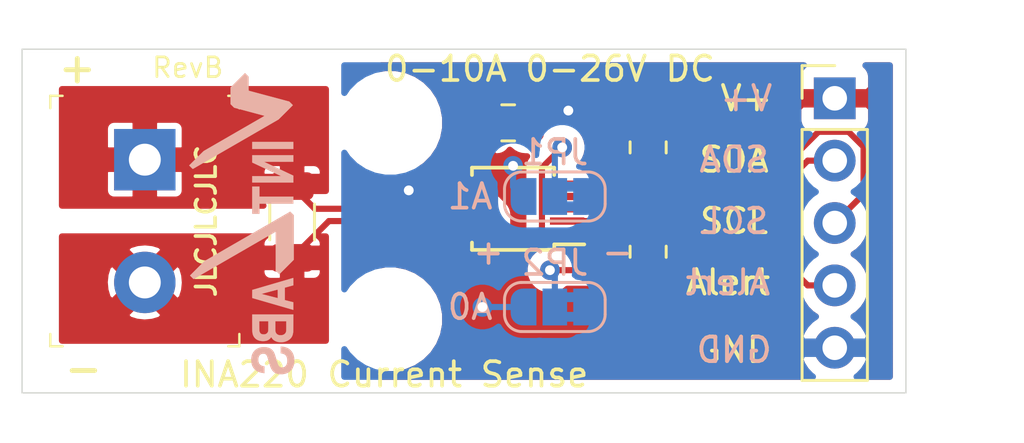
<source format=kicad_pcb>
(kicad_pcb (version 20171130) (host pcbnew 5.1.10)

  (general
    (thickness 1.6)
    (drawings 24)
    (tracks 60)
    (zones 0)
    (modules 12)
    (nets 10)
  )

  (page A4)
  (layers
    (0 F.Cu signal)
    (31 B.Cu signal)
    (32 B.Adhes user)
    (33 F.Adhes user)
    (34 B.Paste user)
    (35 F.Paste user)
    (36 B.SilkS user)
    (37 F.SilkS user)
    (38 B.Mask user)
    (39 F.Mask user)
    (40 Dwgs.User user)
    (41 Cmts.User user)
    (42 Eco1.User user)
    (43 Eco2.User user)
    (44 Edge.Cuts user)
    (45 Margin user)
    (46 B.CrtYd user)
    (47 F.CrtYd user)
    (48 B.Fab user)
    (49 F.Fab user)
  )

  (setup
    (last_trace_width 0.25)
    (trace_clearance 0.2)
    (zone_clearance 0.508)
    (zone_45_only no)
    (trace_min 0.2)
    (via_size 0.8)
    (via_drill 0.4)
    (via_min_size 0.4)
    (via_min_drill 0.3)
    (uvia_size 0.3)
    (uvia_drill 0.1)
    (uvias_allowed no)
    (uvia_min_size 0.2)
    (uvia_min_drill 0.1)
    (edge_width 0.05)
    (segment_width 0.2)
    (pcb_text_width 0.3)
    (pcb_text_size 1.5 1.5)
    (mod_edge_width 0.12)
    (mod_text_size 1 1)
    (mod_text_width 0.15)
    (pad_size 1.524 1.524)
    (pad_drill 0.762)
    (pad_to_mask_clearance 0)
    (aux_axis_origin 0 0)
    (visible_elements FFFFFF7F)
    (pcbplotparams
      (layerselection 0x010fc_ffffffff)
      (usegerberextensions false)
      (usegerberattributes true)
      (usegerberadvancedattributes true)
      (creategerberjobfile true)
      (excludeedgelayer true)
      (linewidth 0.100000)
      (plotframeref false)
      (viasonmask false)
      (mode 1)
      (useauxorigin false)
      (hpglpennumber 1)
      (hpglpenspeed 20)
      (hpglpendiameter 15.000000)
      (psnegative false)
      (psa4output false)
      (plotreference true)
      (plotvalue true)
      (plotinvisibletext false)
      (padsonsilk false)
      (subtractmaskfromsilk false)
      (outputformat 1)
      (mirror false)
      (drillshape 0)
      (scaleselection 1)
      (outputdirectory "gerber/"))
  )

  (net 0 "")
  (net 1 GND)
  (net 2 +3V3)
  (net 3 !ALERT)
  (net 4 SCL)
  (net 5 SDA)
  (net 6 Load-)
  (net 7 Load+)
  (net 8 A1)
  (net 9 A0)

  (net_class Default "This is the default net class."
    (clearance 0.2)
    (trace_width 0.25)
    (via_dia 0.8)
    (via_drill 0.4)
    (uvia_dia 0.3)
    (uvia_drill 0.1)
    (add_net !ALERT)
    (add_net +3V3)
    (add_net A0)
    (add_net A1)
    (add_net GND)
    (add_net Load+)
    (add_net Load-)
    (add_net SCL)
    (add_net SDA)
  )

  (module MountingHole:MountingHole_3.2mm_M3 (layer F.Cu) (tedit 56D1B4CB) (tstamp 6039CD63)
    (at 144 81)
    (descr "Mounting Hole 3.2mm, no annular, M3")
    (tags "mounting hole 3.2mm no annular m3")
    (attr virtual)
    (fp_text reference REF** (at 0 -4.2) (layer F.SilkS) hide
      (effects (font (size 1 1) (thickness 0.15)))
    )
    (fp_text value MountingHole_3.2mm_M3 (at 0 4.2) (layer F.Fab)
      (effects (font (size 1 1) (thickness 0.15)))
    )
    (fp_circle (center 0 0) (end 3.45 0) (layer F.CrtYd) (width 0.05))
    (fp_circle (center 0 0) (end 3.2 0) (layer Cmts.User) (width 0.15))
    (fp_text user %R (at 0.3 0) (layer F.Fab)
      (effects (font (size 1 1) (thickness 0.15)))
    )
    (pad 1 np_thru_hole circle (at 0 0) (size 3.2 3.2) (drill 3.2) (layers *.Cu *.Mask))
  )

  (module MountingHole:MountingHole_3.2mm_M3 (layer F.Cu) (tedit 56D1B4CB) (tstamp 6039CD46)
    (at 144 89)
    (descr "Mounting Hole 3.2mm, no annular, M3")
    (tags "mounting hole 3.2mm no annular m3")
    (attr virtual)
    (fp_text reference REF** (at 0 -4.2) (layer F.SilkS) hide
      (effects (font (size 1 1) (thickness 0.15)))
    )
    (fp_text value MountingHole_3.2mm_M3 (at 0 4.2) (layer F.Fab)
      (effects (font (size 1 1) (thickness 0.15)))
    )
    (fp_circle (center 0 0) (end 3.45 0) (layer F.CrtYd) (width 0.05))
    (fp_circle (center 0 0) (end 3.2 0) (layer Cmts.User) (width 0.15))
    (fp_text user %R (at 0.3 0) (layer F.Fab)
      (effects (font (size 1 1) (thickness 0.15)))
    )
    (pad 1 np_thru_hole circle (at 0 0) (size 3.2 3.2) (drill 3.2) (layers *.Cu *.Mask))
  )

  (module CurrentSenseModule:logo-name-4mm locked (layer B.Cu) (tedit 0) (tstamp 600208BB)
    (at 138 85.25 270)
    (fp_text reference G*** (at 0 0 90) (layer B.SilkS) hide
      (effects (font (size 1.524 1.524) (thickness 0.3)) (justify mirror))
    )
    (fp_text value LOGO (at 0.75 0 90) (layer B.SilkS) hide
      (effects (font (size 1.524 1.524) (thickness 0.3)) (justify mirror))
    )
    (fp_poly (pts (xy 5.450468 -0.338997) (xy 5.45602 -0.339287) (xy 5.525234 -0.346675) (xy 5.589548 -0.360966)
      (xy 5.648969 -0.382161) (xy 5.703505 -0.410265) (xy 5.753165 -0.445281) (xy 5.790491 -0.479398)
      (xy 5.810296 -0.500326) (xy 5.826049 -0.518896) (xy 5.839929 -0.537984) (xy 5.854115 -0.560468)
      (xy 5.86185 -0.573616) (xy 5.885172 -0.620152) (xy 5.905242 -0.673098) (xy 5.921604 -0.730873)
      (xy 5.933803 -0.791894) (xy 5.940796 -0.847725) (xy 5.942988 -0.872066) (xy 5.67305 -0.872066)
      (xy 5.670406 -0.856191) (xy 5.659084 -0.803959) (xy 5.643563 -0.758919) (xy 5.623554 -0.720755)
      (xy 5.598773 -0.68915) (xy 5.568931 -0.66379) (xy 5.533743 -0.644359) (xy 5.492922 -0.630539)
      (xy 5.459713 -0.623861) (xy 5.409427 -0.619158) (xy 5.361087 -0.620506) (xy 5.315669 -0.627672)
      (xy 5.27415 -0.640426) (xy 5.237505 -0.658538) (xy 5.20671 -0.681776) (xy 5.20397 -0.684392)
      (xy 5.181353 -0.712168) (xy 5.164528 -0.744837) (xy 5.153761 -0.780877) (xy 5.149316 -0.818767)
      (xy 5.15146 -0.856987) (xy 5.160458 -0.894014) (xy 5.165248 -0.906347) (xy 5.17852 -0.928121)
      (xy 5.198583 -0.949084) (xy 5.223791 -0.967742) (xy 5.246381 -0.979926) (xy 5.256762 -0.984028)
      (xy 5.27429 -0.990182) (xy 5.297981 -0.998075) (xy 5.326855 -1.007391) (xy 5.359929 -1.017818)
      (xy 5.39622 -1.029041) (xy 5.434745 -1.040747) (xy 5.464851 -1.049753) (xy 5.504502 -1.061585)
      (xy 5.542752 -1.073095) (xy 5.578604 -1.083977) (xy 5.611062 -1.093925) (xy 5.639132 -1.102631)
      (xy 5.661818 -1.10979) (xy 5.678125 -1.115096) (xy 5.685576 -1.117677) (xy 5.746852 -1.143327)
      (xy 5.800538 -1.172408) (xy 5.846899 -1.205192) (xy 5.8862 -1.241951) (xy 5.918707 -1.282958)
      (xy 5.944684 -1.328483) (xy 5.964397 -1.378798) (xy 5.973745 -1.413187) (xy 5.978088 -1.437749)
      (xy 5.981505 -1.468499) (xy 5.983914 -1.503205) (xy 5.985234 -1.53963) (xy 5.985384 -1.57554)
      (xy 5.984283 -1.6087) (xy 5.98185 -1.636876) (xy 5.98185 -1.636882) (xy 5.969636 -1.704139)
      (xy 5.950553 -1.76699) (xy 5.924854 -1.825118) (xy 5.892792 -1.878205) (xy 5.854621 -1.925933)
      (xy 5.810594 -1.967983) (xy 5.760965 -2.004038) (xy 5.705988 -2.033781) (xy 5.647266 -2.056465)
      (xy 5.592598 -2.071414) (xy 5.537262 -2.081467) (xy 5.479361 -2.086838) (xy 5.417002 -2.087738)
      (xy 5.380566 -2.086429) (xy 5.30993 -2.079264) (xy 5.24323 -2.065363) (xy 5.180846 -2.044939)
      (xy 5.123156 -2.018205) (xy 5.07054 -1.985371) (xy 5.023378 -1.946652) (xy 4.982047 -1.902258)
      (xy 4.946929 -1.852403) (xy 4.939317 -1.839383) (xy 4.916539 -1.794625) (xy 4.898427 -1.749057)
      (xy 4.884516 -1.700989) (xy 4.874339 -1.648727) (xy 4.867428 -1.590578) (xy 4.866069 -1.573741)
      (xy 4.863339 -1.536699) (xy 5.134514 -1.536699) (xy 5.137006 -1.556808) (xy 5.146464 -1.609338)
      (xy 5.161105 -1.655225) (xy 5.181125 -1.694666) (xy 5.206718 -1.727858) (xy 5.238079 -1.754998)
      (xy 5.275402 -1.776284) (xy 5.318883 -1.791912) (xy 5.368715 -1.802079) (xy 5.380657 -1.803616)
      (xy 5.432998 -1.806957) (xy 5.483406 -1.804825) (xy 5.530852 -1.797462) (xy 5.574305 -1.785109)
      (xy 5.612737 -1.768005) (xy 5.645116 -1.746392) (xy 5.652349 -1.740124) (xy 5.678179 -1.712415)
      (xy 5.696734 -1.682748) (xy 5.708572 -1.649802) (xy 5.714248 -1.612255) (xy 5.714949 -1.591443)
      (xy 5.712566 -1.554408) (xy 5.704889 -1.522687) (xy 5.691294 -1.495341) (xy 5.671153 -1.47143)
      (xy 5.643844 -1.450014) (xy 5.608739 -1.430155) (xy 5.60705 -1.429324) (xy 5.591542 -1.42206)
      (xy 5.574813 -1.414946) (xy 5.555941 -1.407676) (xy 5.534007 -1.399944) (xy 5.508091 -1.391443)
      (xy 5.477272 -1.381869) (xy 5.440631 -1.370914) (xy 5.397247 -1.358273) (xy 5.369271 -1.350231)
      (xy 5.317995 -1.335392) (xy 5.273965 -1.322282) (xy 5.236213 -1.310574) (xy 5.203772 -1.299935)
      (xy 5.175676 -1.290036) (xy 5.150957 -1.280547) (xy 5.128648 -1.271138) (xy 5.107784 -1.261479)
      (xy 5.104237 -1.259752) (xy 5.055326 -1.23146) (xy 5.012643 -1.197568) (xy 4.976146 -1.15801)
      (xy 4.945791 -1.112719) (xy 4.921537 -1.061631) (xy 4.903341 -1.004678) (xy 4.89116 -0.941796)
      (xy 4.889241 -0.926796) (xy 4.885816 -0.875084) (xy 4.886842 -0.820122) (xy 4.892058 -0.764601)
      (xy 4.901201 -0.711215) (xy 4.914009 -0.662658) (xy 4.915324 -0.658641) (xy 4.937683 -0.601842)
      (xy 4.964976 -0.551329) (xy 4.99781 -0.506108) (xy 5.029887 -0.471711) (xy 5.075868 -0.432827)
      (xy 5.126217 -0.400689) (xy 5.181134 -0.375233) (xy 5.240818 -0.356398) (xy 5.305469 -0.344121)
      (xy 5.375286 -0.338342) (xy 5.450468 -0.338997)) (layer B.SilkS) (width 0.01))
    (fp_poly (pts (xy 2.039805 2.085578) (xy 2.111145 2.014331) (xy 2.104188 2.000941) (xy 2.097571 1.989071)
      (xy 2.089036 1.974827) (xy 2.085525 1.969237) (xy 2.078216 1.957216) (xy 2.072773 1.94721)
      (xy 2.071271 1.943837) (xy 2.067038 1.935158) (xy 2.061511 1.926167) (xy 2.056007 1.91731)
      (xy 2.048133 1.903702) (xy 2.03947 1.88808) (xy 2.038318 1.88595) (xy 2.029974 1.870967)
      (xy 2.02246 1.858325) (xy 2.017191 1.850388) (xy 2.016584 1.849634) (xy 2.011886 1.843049)
      (xy 2.010833 1.840305) (xy 2.008795 1.835952) (xy 2.003152 1.825569) (xy 1.994611 1.810413)
      (xy 1.983878 1.791743) (xy 1.974849 1.77625) (xy 1.96295 1.755834) (xy 1.952712 1.738061)
      (xy 1.944838 1.724168) (xy 1.940033 1.715397) (xy 1.938866 1.712923) (xy 1.936717 1.708668)
      (xy 1.931109 1.699461) (xy 1.924049 1.688508) (xy 1.916364 1.676415) (xy 1.911009 1.667178)
      (xy 1.909233 1.663108) (xy 1.907069 1.658318) (xy 1.901428 1.648703) (xy 1.894416 1.637708)
      (xy 1.886713 1.625472) (xy 1.881355 1.61593) (xy 1.879599 1.611534) (xy 1.877367 1.605803)
      (xy 1.871967 1.597003) (xy 1.8717 1.596621) (xy 1.865838 1.587408) (xy 1.857687 1.573508)
      (xy 1.848889 1.557728) (xy 1.847818 1.55575) (xy 1.839474 1.540767) (xy 1.83196 1.528125)
      (xy 1.826691 1.520188) (xy 1.826084 1.519434) (xy 1.821386 1.512849) (xy 1.820333 1.510105)
      (xy 1.818295 1.505752) (xy 1.812652 1.495369) (xy 1.804111 1.480213) (xy 1.793378 1.461543)
      (xy 1.784349 1.44605) (xy 1.772434 1.425543) (xy 1.762185 1.407579) (xy 1.754309 1.393423)
      (xy 1.749515 1.384342) (xy 1.748366 1.381628) (xy 1.745865 1.376353) (xy 1.742442 1.371934)
      (xy 1.737183 1.364624) (xy 1.729873 1.352829) (xy 1.72445 1.343337) (xy 1.716551 1.329271)
      (xy 1.706205 1.311226) (xy 1.695305 1.292493) (xy 1.692274 1.287342) (xy 1.683534 1.272344)
      (xy 1.676713 1.260288) (xy 1.672766 1.252881) (xy 1.672166 1.251417) (xy 1.670018 1.247202)
      (xy 1.664413 1.238024) (xy 1.657349 1.227075) (xy 1.649664 1.214982) (xy 1.644309 1.205745)
      (xy 1.642533 1.201675) (xy 1.640369 1.196885) (xy 1.634728 1.18727) (xy 1.627716 1.176275)
      (xy 1.620013 1.164038) (xy 1.614655 1.154497) (xy 1.612899 1.150101) (xy 1.610674 1.144363)
      (xy 1.605293 1.135553) (xy 1.605038 1.135187) (xy 1.598181 1.1246) (xy 1.589979 1.110889)
      (xy 1.586578 1.1049) (xy 1.578198 1.090132) (xy 1.569682 1.075564) (xy 1.566959 1.071034)
      (xy 1.560445 1.059979) (xy 1.555644 1.051215) (xy 1.554984 1.049867) (xy 1.551925 1.0442)
      (xy 1.545366 1.032611) (xy 1.536099 1.016482) (xy 1.524914 0.997189) (xy 1.516848 0.983362)
      (xy 1.505097 0.963159) (xy 1.495012 0.94561) (xy 1.487304 0.931967) (xy 1.482683 0.923485)
      (xy 1.481666 0.92129) (xy 1.479517 0.917035) (xy 1.473909 0.907827) (xy 1.466849 0.896875)
      (xy 1.459164 0.884782) (xy 1.453809 0.875545) (xy 1.452033 0.871475) (xy 1.449869 0.866685)
      (xy 1.444228 0.85707) (xy 1.437216 0.846075) (xy 1.429513 0.833838) (xy 1.424155 0.824297)
      (xy 1.422399 0.819901) (xy 1.420174 0.814163) (xy 1.414793 0.805353) (xy 1.414538 0.804987)
      (xy 1.407681 0.7944) (xy 1.399479 0.780689) (xy 1.396078 0.7747) (xy 1.387698 0.759932)
      (xy 1.379182 0.745364) (xy 1.376459 0.740834) (xy 1.369945 0.729779) (xy 1.365144 0.721015)
      (xy 1.364484 0.719667) (xy 1.361425 0.714) (xy 1.354866 0.702411) (xy 1.345599 0.686282)
      (xy 1.334414 0.666989) (xy 1.326348 0.653162) (xy 1.314597 0.632959) (xy 1.304512 0.61541)
      (xy 1.296804 0.601767) (xy 1.292183 0.593285) (xy 1.291166 0.59109) (xy 1.289017 0.586835)
      (xy 1.283409 0.577627) (xy 1.276349 0.566675) (xy 1.268664 0.554582) (xy 1.263309 0.545345)
      (xy 1.261533 0.541275) (xy 1.259369 0.536485) (xy 1.253728 0.52687) (xy 1.246716 0.515875)
      (xy 1.239005 0.503579) (xy 1.233647 0.49391) (xy 1.231899 0.48938) (xy 1.229395 0.48318)
      (xy 1.226143 0.478701) (xy 1.221222 0.471627) (xy 1.214021 0.459715) (xy 1.206689 0.446617)
      (xy 1.19927 0.433123) (xy 1.193132 0.422433) (xy 1.189689 0.416984) (xy 1.186215 0.411429)
      (xy 1.179989 0.400527) (xy 1.172223 0.386412) (xy 1.170444 0.383117) (xy 1.162117 0.36813)
      (xy 1.154616 0.355485) (xy 1.149355 0.347551) (xy 1.148751 0.3468) (xy 1.14405 0.340184)
      (xy 1.142999 0.337405) (xy 1.140976 0.332825) (xy 1.135528 0.322693) (xy 1.127594 0.308714)
      (xy 1.121833 0.298858) (xy 1.11284 0.283439) (xy 1.105745 0.270908) (xy 1.10148 0.26293)
      (xy 1.100666 0.260997) (xy 1.098515 0.256684) (xy 1.092904 0.247432) (xy 1.085849 0.236475)
      (xy 1.078164 0.224382) (xy 1.072809 0.215145) (xy 1.071033 0.211075) (xy 1.068869 0.206285)
      (xy 1.063228 0.19667) (xy 1.056216 0.185675) (xy 1.048505 0.173379) (xy 1.043147 0.16371)
      (xy 1.041399 0.15918) (xy 1.038895 0.15298) (xy 1.035643 0.148501) (xy 1.030722 0.141427)
      (xy 1.023521 0.129515) (xy 1.016189 0.116417) (xy 1.00877 0.102923) (xy 1.002632 0.092233)
      (xy 0.999189 0.086784) (xy 0.995715 0.081229) (xy 0.989489 0.070327) (xy 0.981723 0.056212)
      (xy 0.979944 0.052917) (xy 0.971617 0.03793) (xy 0.964116 0.025285) (xy 0.958855 0.017351)
      (xy 0.958251 0.0166) (xy 0.95355 0.009984) (xy 0.952499 0.007205) (xy 0.950476 0.002625)
      (xy 0.945028 -0.007507) (xy 0.937094 -0.021486) (xy 0.931333 -0.031342) (xy 0.922319 -0.046902)
      (xy 0.915215 -0.059733) (xy 0.910961 -0.068106) (xy 0.910166 -0.070297) (xy 0.90766 -0.075668)
      (xy 0.904242 -0.080099) (xy 0.898983 -0.087409) (xy 0.891673 -0.099204) (xy 0.88625 -0.108697)
      (xy 0.878351 -0.122762) (xy 0.868005 -0.140807) (xy 0.857105 -0.15954) (xy 0.854074 -0.164691)
      (xy 0.845334 -0.179689) (xy 0.838513 -0.191745) (xy 0.834566 -0.199152) (xy 0.833966 -0.200616)
      (xy 0.831818 -0.204832) (xy 0.826213 -0.214009) (xy 0.819149 -0.224958) (xy 0.811464 -0.237051)
      (xy 0.806109 -0.246289) (xy 0.804333 -0.250358) (xy 0.802169 -0.255149) (xy 0.796528 -0.264763)
      (xy 0.789516 -0.275758) (xy 0.781805 -0.288055) (xy 0.776447 -0.297723) (xy 0.774699 -0.302253)
      (xy 0.772195 -0.308453) (xy 0.768943 -0.312933) (xy 0.764022 -0.320006) (xy 0.756821 -0.331918)
      (xy 0.749489 -0.345016) (xy 0.74207 -0.358511) (xy 0.735932 -0.369201) (xy 0.732489 -0.37465)
      (xy 0.729015 -0.380205) (xy 0.722789 -0.391107) (xy 0.715023 -0.405221) (xy 0.713244 -0.408516)
      (xy 0.704917 -0.423503) (xy 0.697416 -0.436148) (xy 0.692155 -0.444083) (xy 0.691551 -0.444833)
      (xy 0.68685 -0.451449) (xy 0.685799 -0.454228) (xy 0.683776 -0.458808) (xy 0.678328 -0.468941)
      (xy 0.670394 -0.482919) (xy 0.664633 -0.492776) (xy 0.65564 -0.508194) (xy 0.648545 -0.520726)
      (xy 0.64428 -0.528703) (xy 0.643466 -0.530636) (xy 0.641315 -0.534949) (xy 0.635704 -0.544201)
      (xy 0.628649 -0.555158) (xy 0.620964 -0.567251) (xy 0.615609 -0.576489) (xy 0.613833 -0.580558)
      (xy 0.611669 -0.585349) (xy 0.606028 -0.594963) (xy 0.599016 -0.605958) (xy 0.591305 -0.618255)
      (xy 0.585947 -0.627923) (xy 0.584199 -0.632453) (xy 0.581695 -0.638653) (xy 0.578443 -0.643133)
      (xy 0.573522 -0.650206) (xy 0.566321 -0.662118) (xy 0.558989 -0.675216) (xy 0.55157 -0.688711)
      (xy 0.545432 -0.699401) (xy 0.541989 -0.70485) (xy 0.538515 -0.710405) (xy 0.532289 -0.721307)
      (xy 0.524523 -0.735421) (xy 0.522744 -0.738716) (xy 0.514417 -0.753703) (xy 0.506916 -0.766348)
      (xy 0.501655 -0.774283) (xy 0.501051 -0.775033) (xy 0.49635 -0.781649) (xy 0.495299 -0.784428)
      (xy 0.493276 -0.789008) (xy 0.487828 -0.799141) (xy 0.479894 -0.813119) (xy 0.474133 -0.822976)
      (xy 0.46514 -0.838394) (xy 0.458045 -0.850926) (xy 0.45378 -0.858903) (xy 0.452966 -0.860836)
      (xy 0.450815 -0.865149) (xy 0.445204 -0.874401) (xy 0.438149 -0.885358) (xy 0.430464 -0.897451)
      (xy 0.425109 -0.906689) (xy 0.423333 -0.910758) (xy 0.421169 -0.915549) (xy 0.415528 -0.925163)
      (xy 0.408516 -0.936158) (xy 0.400805 -0.948455) (xy 0.395447 -0.958123) (xy 0.393699 -0.962653)
      (xy 0.391195 -0.968853) (xy 0.387943 -0.973333) (xy 0.383022 -0.980406) (xy 0.375821 -0.992318)
      (xy 0.368489 -1.005416) (xy 0.36107 -1.018911) (xy 0.354932 -1.029601) (xy 0.351489 -1.03505)
      (xy 0.348015 -1.040605) (xy 0.341789 -1.051507) (xy 0.334023 -1.065621) (xy 0.332244 -1.068916)
      (xy 0.323917 -1.083903) (xy 0.316416 -1.096548) (xy 0.311155 -1.104483) (xy 0.310551 -1.105233)
      (xy 0.305852 -1.111817) (xy 0.304799 -1.114562) (xy 0.302762 -1.118915) (xy 0.297119 -1.129298)
      (xy 0.288578 -1.144453) (xy 0.277845 -1.163123) (xy 0.268816 -1.178617) (xy 0.256915 -1.199046)
      (xy 0.246675 -1.216846) (xy 0.2388 -1.230776) (xy 0.233997 -1.239592) (xy 0.232833 -1.242101)
      (xy 0.230659 -1.246485) (xy 0.225081 -1.255503) (xy 0.22028 -1.262775) (xy 0.212116 -1.275575)
      (xy 0.205487 -1.287189) (xy 0.203357 -1.291562) (xy 0.198206 -1.301553) (xy 0.190714 -1.31399)
      (xy 0.188331 -1.317624) (xy 0.177676 -1.333499) (xy 1.767507 -1.333499) (xy 1.913433 -1.479605)
      (xy 1.62028 -1.772736) (xy 1.327127 -2.065866) (xy -0.489041 -2.065866) (xy -0.562493 -1.992324)
      (xy -0.585565 -1.96892) (xy -0.604435 -1.94915) (xy -0.618655 -1.933512) (xy -0.627778 -1.922503)
      (xy -0.631358 -1.916621) (xy -0.631179 -1.915837) (xy -0.626267 -1.910464) (xy -0.619866 -1.900681)
      (xy -0.617962 -1.897304) (xy -0.611591 -1.885839) (xy -0.606318 -1.876829) (xy -0.6054 -1.875366)
      (xy -0.600902 -1.868027) (xy -0.593533 -1.85557) (xy -0.584109 -1.83942) (xy -0.573449 -1.821003)
      (xy -0.562371 -1.801743) (xy -0.551692 -1.783066) (xy -0.542231 -1.766397) (xy -0.534805 -1.753161)
      (xy -0.530233 -1.744782) (xy -0.529167 -1.742555) (xy -0.527018 -1.7383) (xy -0.52141 -1.729093)
      (xy -0.51435 -1.718141) (xy -0.506665 -1.706048) (xy -0.50131 -1.69681) (xy -0.499534 -1.692741)
      (xy -0.49737 -1.68795) (xy -0.491729 -1.678336) (xy -0.484717 -1.667341) (xy -0.477014 -1.655104)
      (xy -0.471656 -1.645562) (xy -0.4699 -1.641166) (xy -0.467668 -1.635435) (xy -0.462268 -1.626635)
      (xy -0.462001 -1.626253) (xy -0.456139 -1.617041) (xy -0.447988 -1.60314) (xy -0.43919 -1.587361)
      (xy -0.438119 -1.585383) (xy -0.429775 -1.5704) (xy -0.422261 -1.557757) (xy -0.416992 -1.54982)
      (xy -0.416385 -1.549066) (xy -0.411687 -1.542482) (xy -0.410634 -1.539737) (xy -0.408596 -1.535384)
      (xy -0.402953 -1.525001) (xy -0.394412 -1.509846) (xy -0.383679 -1.491176) (xy -0.37465 -1.475682)
      (xy -0.362751 -1.455266) (xy -0.352513 -1.437493) (xy -0.344639 -1.423601) (xy -0.339834 -1.414829)
      (xy -0.338667 -1.412355) (xy -0.336518 -1.4081) (xy -0.33091 -1.398893) (xy -0.32385 -1.387941)
      (xy -0.316165 -1.375848) (xy -0.31081 -1.36661) (xy -0.309034 -1.362541) (xy -0.30687 -1.35775)
      (xy -0.301229 -1.348136) (xy -0.294217 -1.337141) (xy -0.286514 -1.324904) (xy -0.281156 -1.315362)
      (xy -0.2794 -1.310966) (xy -0.277175 -1.305228) (xy -0.271794 -1.296419) (xy -0.271539 -1.296053)
      (xy -0.264682 -1.285466) (xy -0.25648 -1.271755) (xy -0.253079 -1.265766) (xy -0.244699 -1.250997)
      (xy -0.236183 -1.23643) (xy -0.23346 -1.231899) (xy -0.226946 -1.220844) (xy -0.222145 -1.212081)
      (xy -0.221485 -1.210733) (xy -0.218426 -1.205065) (xy -0.211867 -1.193477) (xy -0.2026 -1.177347)
      (xy -0.191415 -1.158055) (xy -0.183349 -1.144227) (xy -0.171598 -1.124025) (xy -0.161513 -1.106475)
      (xy -0.153805 -1.092833) (xy -0.149184 -1.084351) (xy -0.148167 -1.082155) (xy -0.146018 -1.0779)
      (xy -0.14041 -1.068693) (xy -0.13335 -1.057741) (xy -0.125665 -1.045648) (xy -0.12031 -1.03641)
      (xy -0.118534 -1.032341) (xy -0.11637 -1.02755) (xy -0.110729 -1.017936) (xy -0.103717 -1.006941)
      (xy -0.096014 -0.994704) (xy -0.090656 -0.985162) (xy -0.0889 -0.980766) (xy -0.086675 -0.975028)
      (xy -0.081294 -0.966219) (xy -0.081039 -0.965853) (xy -0.074182 -0.955266) (xy -0.06598 -0.941555)
      (xy -0.062579 -0.935566) (xy -0.054199 -0.920797) (xy -0.045683 -0.90623) (xy -0.04296 -0.9017)
      (xy -0.036446 -0.890644) (xy -0.031645 -0.881881) (xy -0.030985 -0.880533) (xy -0.027926 -0.874865)
      (xy -0.021367 -0.863277) (xy -0.0121 -0.847147) (xy -0.000915 -0.827855) (xy 0.007151 -0.814027)
      (xy 0.018902 -0.793825) (xy 0.028987 -0.776275) (xy 0.036695 -0.762633) (xy 0.041316 -0.754151)
      (xy 0.042333 -0.751955) (xy 0.044482 -0.7477) (xy 0.05009 -0.738493) (xy 0.05715 -0.727541)
      (xy 0.064835 -0.715448) (xy 0.07019 -0.70621) (xy 0.071966 -0.702141) (xy 0.07413 -0.69735)
      (xy 0.079771 -0.687736) (xy 0.086783 -0.676741) (xy 0.094494 -0.664444) (xy 0.099852 -0.654776)
      (xy 0.1016 -0.650246) (xy 0.104104 -0.644046) (xy 0.107356 -0.639566) (xy 0.112406 -0.632346)
      (xy 0.119596 -0.620481) (xy 0.125695 -0.6096) (xy 0.135936 -0.590857) (xy 0.144371 -0.576084)
      (xy 0.153086 -0.561736) (xy 0.164041 -0.544465) (xy 0.171382 -0.532396) (xy 0.176374 -0.523003)
      (xy 0.177799 -0.519013) (xy 0.180304 -0.512813) (xy 0.183556 -0.508333) (xy 0.188477 -0.50126)
      (xy 0.195678 -0.489347) (xy 0.20301 -0.47625) (xy 0.210429 -0.462755) (xy 0.216567 -0.452065)
      (xy 0.22001 -0.446616) (xy 0.223484 -0.441061) (xy 0.22971 -0.430159) (xy 0.237476 -0.416044)
      (xy 0.239255 -0.41275) (xy 0.247582 -0.397762) (xy 0.255083 -0.385117) (xy 0.260344 -0.377183)
      (xy 0.260948 -0.376433) (xy 0.265649 -0.369817) (xy 0.266699 -0.367038) (xy 0.268723 -0.362457)
      (xy 0.274171 -0.352325) (xy 0.282105 -0.338347) (xy 0.287866 -0.32849) (xy 0.296859 -0.313071)
      (xy 0.303954 -0.30054) (xy 0.308219 -0.292563) (xy 0.309033 -0.29063) (xy 0.311184 -0.286316)
      (xy 0.316795 -0.277065) (xy 0.323849 -0.266107) (xy 0.331535 -0.254014) (xy 0.33689 -0.244777)
      (xy 0.338666 -0.240707) (xy 0.34083 -0.235917) (xy 0.346471 -0.226302) (xy 0.353483 -0.215307)
      (xy 0.361194 -0.203011) (xy 0.366552 -0.193343) (xy 0.368299 -0.188813) (xy 0.370804 -0.182613)
      (xy 0.374056 -0.178133) (xy 0.378977 -0.17106) (xy 0.386178 -0.159147) (xy 0.39351 -0.14605)
      (xy 0.400929 -0.132555) (xy 0.407067 -0.121865) (xy 0.41051 -0.116416) (xy 0.413984 -0.110861)
      (xy 0.42021 -0.099959) (xy 0.427976 -0.085844) (xy 0.429755 -0.08255) (xy 0.438082 -0.067562)
      (xy 0.445583 -0.054917) (xy 0.450844 -0.046983) (xy 0.451448 -0.046233) (xy 0.456149 -0.039617)
      (xy 0.457199 -0.036838) (xy 0.459223 -0.032257) (xy 0.464671 -0.022125) (xy 0.472605 -0.008147)
      (xy 0.478366 0.00171) (xy 0.487359 0.017129) (xy 0.494454 0.02966) (xy 0.498719 0.037637)
      (xy 0.499533 0.03957) (xy 0.501684 0.043884) (xy 0.507295 0.053135) (xy 0.514349 0.064093)
      (xy 0.522035 0.076186) (xy 0.52739 0.085423) (xy 0.529166 0.089493) (xy 0.53133 0.094283)
      (xy 0.536971 0.103898) (xy 0.543983 0.114893) (xy 0.551694 0.127189) (xy 0.557052 0.136857)
      (xy 0.558799 0.141387) (xy 0.561304 0.147587) (xy 0.564556 0.152067) (xy 0.569477 0.15914)
      (xy 0.576678 0.171053) (xy 0.58401 0.184151) (xy 0.591429 0.197645) (xy 0.597567 0.208335)
      (xy 0.60101 0.213784) (xy 0.604484 0.219339) (xy 0.61071 0.230241) (xy 0.618476 0.244356)
      (xy 0.620255 0.247651) (xy 0.628582 0.262638) (xy 0.636083 0.275283) (xy 0.641344 0.283217)
      (xy 0.641948 0.283967) (xy 0.646649 0.290583) (xy 0.647699 0.293362) (xy 0.649723 0.297943)
      (xy 0.655171 0.308075) (xy 0.663105 0.322053) (xy 0.668866 0.33191) (xy 0.677859 0.347329)
      (xy 0.684954 0.35986) (xy 0.689219 0.367837) (xy 0.690033 0.36977) (xy 0.692184 0.374084)
      (xy 0.697795 0.383335) (xy 0.704849 0.394293) (xy 0.712535 0.406386) (xy 0.71789 0.415623)
      (xy 0.719666 0.419693) (xy 0.72183 0.424483) (xy 0.727471 0.434098) (xy 0.734483 0.445093)
      (xy 0.742194 0.457389) (xy 0.747552 0.467057) (xy 0.749299 0.471587) (xy 0.751804 0.477787)
      (xy 0.755056 0.482267) (xy 0.759977 0.48934) (xy 0.767178 0.501253) (xy 0.77451 0.514351)
      (xy 0.781929 0.527845) (xy 0.788067 0.538535) (xy 0.79151 0.543984) (xy 0.794984 0.549539)
      (xy 0.80121 0.560441) (xy 0.808976 0.574556) (xy 0.810755 0.57785) (xy 0.819082 0.592838)
      (xy 0.826583 0.605483) (xy 0.831844 0.613417) (xy 0.832448 0.614167) (xy 0.837149 0.620783)
      (xy 0.838199 0.623562) (xy 0.840223 0.628143) (xy 0.845671 0.638275) (xy 0.853605 0.652253)
      (xy 0.859366 0.66211) (xy 0.868359 0.677529) (xy 0.875454 0.69006) (xy 0.879719 0.698037)
      (xy 0.880533 0.69997) (xy 0.882684 0.704284) (xy 0.888295 0.713535) (xy 0.895349 0.724493)
      (xy 0.903035 0.736586) (xy 0.90839 0.745823) (xy 0.910166 0.749893) (xy 0.91233 0.754683)
      (xy 0.917971 0.764298) (xy 0.924983 0.775293) (xy 0.932694 0.787589) (xy 0.938052 0.797257)
      (xy 0.939799 0.801787) (xy 0.942343 0.807934) (xy 0.945724 0.812467) (xy 0.951006 0.819851)
      (xy 0.958866 0.832482) (xy 0.967973 0.848093) (xy 0.976999 0.864421) (xy 0.98318 0.8763)
      (xy 0.988458 0.885751) (xy 0.996383 0.898783) (xy 1.002241 0.907954) (xy 1.009597 0.919672)
      (xy 1.01459 0.928491) (xy 1.015999 0.931926) (xy 1.018163 0.936716) (xy 1.023804 0.946331)
      (xy 1.030816 0.957326) (xy 1.038519 0.969563) (xy 1.043877 0.979104) (xy 1.045633 0.9835)
      (xy 1.047866 0.989232) (xy 1.053265 0.998032) (xy 1.053532 0.998414) (xy 1.059394 1.007626)
      (xy 1.067545 1.021527) (xy 1.076344 1.037306) (xy 1.077414 1.039284) (xy 1.085758 1.054267)
      (xy 1.093273 1.06691) (xy 1.098541 1.074846) (xy 1.099148 1.075601) (xy 1.103847 1.082185)
      (xy 1.104899 1.084929) (xy 1.106937 1.089283) (xy 1.11258 1.099666) (xy 1.121121 1.114821)
      (xy 1.131854 1.133491) (xy 1.140883 1.148985) (xy 1.152782 1.1694) (xy 1.16302 1.187174)
      (xy 1.170895 1.201066) (xy 1.1757 1.209838) (xy 1.176866 1.212311) (xy 1.179016 1.216566)
      (xy 1.184623 1.225774) (xy 1.191683 1.236726) (xy 1.199368 1.248819) (xy 1.204724 1.258056)
      (xy 1.206499 1.262126) (xy 1.208663 1.266916) (xy 1.214304 1.276531) (xy 1.221316 1.287526)
      (xy 1.229019 1.299763) (xy 1.234377 1.309304) (xy 1.236133 1.3137) (xy 1.238366 1.319432)
      (xy 1.243765 1.328232) (xy 1.244032 1.328614) (xy 1.249894 1.337826) (xy 1.258045 1.351727)
      (xy 1.266844 1.367506) (xy 1.267914 1.369484) (xy 1.276258 1.384467) (xy 1.283773 1.39711)
      (xy 1.289041 1.405046) (xy 1.289648 1.405801) (xy 1.294347 1.412385) (xy 1.295399 1.415129)
      (xy 1.297437 1.419483) (xy 1.30308 1.429866) (xy 1.311621 1.445021) (xy 1.322354 1.463691)
      (xy 1.331383 1.479185) (xy 1.343284 1.499613) (xy 1.353524 1.517414) (xy 1.361399 1.531344)
      (xy 1.366202 1.54016) (xy 1.367366 1.542669) (xy 1.368492 1.546061) (xy 1.372063 1.551647)
      (xy 1.378366 1.559725) (xy 1.38769 1.570596) (xy 1.400321 1.584561) (xy 1.41655 1.601919)
      (xy 1.436663 1.622971) (xy 1.460948 1.648017) (xy 1.489693 1.677358) (xy 1.523188 1.711294)
      (xy 1.561718 1.750124) (xy 1.605573 1.794149) (xy 1.655041 1.84367) (xy 1.680371 1.868988)
      (xy 1.968464 2.156825) (xy 2.039805 2.085578)) (layer B.SilkS) (width 0.01))
    (fp_poly (pts (xy -3.1877 -2.048933) (xy -3.471334 -2.048933) (xy -3.471334 -0.376766) (xy -3.1877 -0.376766)
      (xy -3.1877 -2.048933)) (layer B.SilkS) (width 0.01))
    (fp_poly (pts (xy -2.359954 -0.963083) (xy -2.328839 -1.029509) (xy -2.298673 -1.093815) (xy -2.269653 -1.155585)
      (xy -2.241977 -1.214404) (xy -2.215841 -1.269857) (xy -2.191443 -1.321527) (xy -2.168978 -1.369)
      (xy -2.148644 -1.411861) (xy -2.130638 -1.449693) (xy -2.115157 -1.482082) (xy -2.102398 -1.508612)
      (xy -2.092557 -1.528867) (xy -2.085832 -1.542433) (xy -2.082419 -1.548893) (xy -2.082037 -1.549399)
      (xy -2.081625 -1.545246) (xy -2.081226 -1.533108) (xy -2.080844 -1.513467) (xy -2.080482 -1.486803)
      (xy -2.080142 -1.453599) (xy -2.079828 -1.414337) (xy -2.079542 -1.369497) (xy -2.079287 -1.319562)
      (xy -2.079066 -1.265013) (xy -2.078882 -1.206331) (xy -2.078737 -1.143999) (xy -2.078635 -1.078497)
      (xy -2.078578 -1.010308) (xy -2.078567 -0.963083) (xy -2.078567 -0.376766) (xy -1.820334 -0.376766)
      (xy -1.820334 -2.048933) (xy -2.098492 -2.048933) (xy -2.664884 -0.848161) (xy -2.665957 -1.448547)
      (xy -2.667029 -2.048933) (xy -2.929467 -2.048933) (xy -2.929467 -0.376766) (xy -2.6344 -0.376766)
      (xy -2.359954 -0.963083)) (layer B.SilkS) (width 0.01))
    (fp_poly (pts (xy -0.5461 -0.668866) (xy -0.960967 -0.668866) (xy -0.960967 -2.048933) (xy -1.2446 -2.048933)
      (xy -1.2446 -0.668866) (xy -1.655234 -0.668866) (xy -1.655234 -0.376766) (xy -0.5461 -0.376766)
      (xy -0.5461 -0.668866)) (layer B.SilkS) (width 0.01))
    (fp_poly (pts (xy 2.821458 -0.377369) (xy 2.842389 -0.377548) (xy 2.858024 -0.377934) (xy 2.869156 -0.378558)
      (xy 2.876578 -0.379451) (xy 2.881083 -0.380642) (xy 2.883464 -0.382163) (xy 2.884513 -0.384043)
      (xy 2.884538 -0.384125) (xy 2.88664 -0.391273) (xy 2.890907 -0.405909) (xy 2.897202 -0.427567)
      (xy 2.905391 -0.455782) (xy 2.915341 -0.490089) (xy 2.926916 -0.530025) (xy 2.939983 -0.575123)
      (xy 2.954406 -0.624919) (xy 2.970051 -0.678947) (xy 2.986784 -0.736744) (xy 3.00447 -0.797844)
      (xy 3.022975 -0.861782) (xy 3.042165 -0.928093) (xy 3.061904 -0.996312) (xy 3.082058 -1.065975)
      (xy 3.102494 -1.136617) (xy 3.123076 -1.207772) (xy 3.14367 -1.278976) (xy 3.164142 -1.349764)
      (xy 3.184356 -1.41967) (xy 3.20418 -1.488231) (xy 3.223477 -1.554981) (xy 3.242114 -1.619455)
      (xy 3.259956 -1.681188) (xy 3.276869 -1.739716) (xy 3.292719 -1.794573) (xy 3.30737 -1.845295)
      (xy 3.320688 -1.891417) (xy 3.33254 -1.932473) (xy 3.342789 -1.967999) (xy 3.351303 -1.99753)
      (xy 3.357946 -2.020601) (xy 3.362584 -2.036748) (xy 3.365083 -2.045504) (xy 3.3655 -2.047018)
      (xy 3.361423 -2.047455) (xy 3.349821 -2.047856) (xy 3.331636 -2.048209) (xy 3.307807 -2.048503)
      (xy 3.279278 -2.048725) (xy 3.246988 -2.048865) (xy 3.212041 -2.04891) (xy 3.058583 -2.048888)
      (xy 3.014343 -1.875344) (xy 2.970102 -1.701799) (xy 2.461584 -1.701799) (xy 2.42614 -1.829858)
      (xy 2.416683 -1.864022) (xy 2.40731 -1.89787) (xy 2.398437 -1.929908) (xy 2.390477 -1.958641)
      (xy 2.383844 -1.982573) (xy 2.378953 -2.000209) (xy 2.37806 -2.003425) (xy 2.365425 -2.048933)
      (xy 2.215779 -2.048933) (xy 2.175852 -2.048896) (xy 2.143621 -2.048765) (xy 2.118312 -2.048506)
      (xy 2.099155 -2.048087) (xy 2.085378 -2.047475) (xy 2.076209 -2.046637) (xy 2.070877 -2.04554)
      (xy 2.06861 -2.044153) (xy 2.068527 -2.042691) (xy 2.069934 -2.038071) (xy 2.073604 -2.025708)
      (xy 2.079423 -2.005989) (xy 2.087279 -1.979297) (xy 2.09706 -1.946017) (xy 2.108651 -1.906535)
      (xy 2.121942 -1.861234) (xy 2.136818 -1.8105) (xy 2.153167 -1.754717) (xy 2.170876 -1.69427)
      (xy 2.189833 -1.629543) (xy 2.209924 -1.560923) (xy 2.231038 -1.488792) (xy 2.252646 -1.414951)
      (xy 2.539879 -1.414951) (xy 2.539879 -1.414991) (xy 2.543993 -1.415671) (xy 2.555693 -1.4163)
      (xy 2.574101 -1.416864) (xy 2.598337 -1.417347) (xy 2.627522 -1.417732) (xy 2.660777 -1.418005)
      (xy 2.697221 -1.418148) (xy 2.716136 -1.418166) (xy 2.76098 -1.418117) (xy 2.797982 -1.417957)
      (xy 2.827765 -1.417667) (xy 2.850954 -1.417228) (xy 2.868171 -1.416621) (xy 2.88004 -1.415828)
      (xy 2.887186 -1.414829) (xy 2.890231 -1.413606) (xy 2.890401 -1.412874) (xy 2.889083 -1.408036)
      (xy 2.885831 -1.395621) (xy 2.880806 -1.376257) (xy 2.874171 -1.350572) (xy 2.866086 -1.319192)
      (xy 2.856712 -1.282746) (xy 2.846212 -1.24186) (xy 2.834747 -1.197161) (xy 2.822478 -1.149277)
      (xy 2.809566 -1.098836) (xy 2.80462 -1.079499) (xy 2.791506 -1.02832) (xy 2.778953 -0.979509)
      (xy 2.767124 -0.933689) (xy 2.756182 -0.891483) (xy 2.746288 -0.853513) (xy 2.737607 -0.8204)
      (xy 2.730301 -0.792769) (xy 2.724532 -0.771239) (xy 2.720463 -0.756435) (xy 2.718258 -0.748978)
      (xy 2.717943 -0.7482) (xy 2.716589 -0.751809) (xy 2.713282 -0.76287) (xy 2.708218 -0.780648)
      (xy 2.701594 -0.804405) (xy 2.693608 -0.833406) (xy 2.684455 -0.866913) (xy 2.674332 -0.90419)
      (xy 2.663437 -0.944502) (xy 2.651965 -0.98711) (xy 2.640114 -1.031279) (xy 2.628079 -1.076272)
      (xy 2.616059 -1.121352) (xy 2.604249 -1.165784) (xy 2.592846 -1.208831) (xy 2.582046 -1.249756)
      (xy 2.572048 -1.287822) (xy 2.563046 -1.322294) (xy 2.555238 -1.352434) (xy 2.548821 -1.377506)
      (xy 2.543991 -1.396774) (xy 2.540944 -1.409501) (xy 2.539879 -1.414951) (xy 2.252646 -1.414951)
      (xy 2.25306 -1.413537) (xy 2.27588 -1.335541) (xy 2.299382 -1.25519) (xy 2.31328 -1.207666)
      (xy 2.555639 -0.378883) (xy 2.718968 -0.377775) (xy 2.760541 -0.377513) (xy 2.79444 -0.377368)
      (xy 2.821458 -0.377369)) (layer B.SilkS) (width 0.01))
    (fp_poly (pts (xy 3.876675 -0.376776) (xy 3.945968 -0.376823) (xy 4.007395 -0.376973) (xy 4.061554 -0.37725)
      (xy 4.109045 -0.377679) (xy 4.150466 -0.378283) (xy 4.186418 -0.379085) (xy 4.217498 -0.380111)
      (xy 4.244307 -0.381383) (xy 4.267444 -0.382925) (xy 4.287509 -0.384761) (xy 4.305099 -0.386916)
      (xy 4.320815 -0.389412) (xy 4.335256 -0.392274) (xy 4.349021 -0.395525) (xy 4.349111 -0.395548)
      (xy 4.403425 -0.413356) (xy 4.452636 -0.43776) (xy 4.496545 -0.468453) (xy 4.534951 -0.50513)
      (xy 4.567657 -0.547484) (xy 4.594463 -0.595209) (xy 4.61517 -0.648) (xy 4.629579 -0.70555)
      (xy 4.637491 -0.767553) (xy 4.638706 -0.833704) (xy 4.638461 -0.840316) (xy 4.636958 -0.865044)
      (xy 4.634626 -0.890463) (xy 4.631797 -0.913406) (xy 4.629122 -0.929216) (xy 4.614831 -0.978985)
      (xy 4.593663 -1.025028) (xy 4.566173 -1.066515) (xy 4.532916 -1.102614) (xy 4.494446 -1.132494)
      (xy 4.492632 -1.133659) (xy 4.48234 -1.14066) (xy 4.475828 -1.145942) (xy 4.47464 -1.147572)
      (xy 4.477969 -1.15073) (xy 4.486988 -1.157386) (xy 4.500242 -1.166501) (xy 4.51316 -1.175026)
      (xy 4.553909 -1.205539) (xy 4.588623 -1.240519) (xy 4.617712 -1.280598) (xy 4.64159 -1.326406)
      (xy 4.660667 -1.378573) (xy 4.670597 -1.415798) (xy 4.673728 -1.43036) (xy 4.676062 -1.444614)
      (xy 4.677712 -1.460181) (xy 4.678793 -1.478683) (xy 4.679422 -1.50174) (xy 4.679711 -1.530974)
      (xy 4.679759 -1.545166) (xy 4.679694 -1.579137) (xy 4.67919 -1.606498) (xy 4.67802 -1.629102)
      (xy 4.675959 -1.648803) (xy 4.67278 -1.667455) (xy 4.668257 -1.686912) (xy 4.662165 -1.709028)
      (xy 4.658072 -1.722966) (xy 4.638813 -1.77604) (xy 4.613636 -1.826736) (xy 4.583413 -1.873813)
      (xy 4.549016 -1.916028) (xy 4.511318 -1.952139) (xy 4.481345 -1.974508) (xy 4.444832 -1.99573)
      (xy 4.405629 -2.012722) (xy 4.362235 -2.025976) (xy 4.31315 -2.035986) (xy 4.2799 -2.040694)
      (xy 4.26692 -2.041741) (xy 4.245703 -2.042735) (xy 4.216477 -2.04367) (xy 4.179474 -2.044544)
      (xy 4.13492 -2.045351) (xy 4.083046 -2.046088) (xy 4.024081 -2.04675) (xy 3.958255 -2.047333)
      (xy 3.897841 -2.047758) (xy 3.556 -2.049911) (xy 3.556 -1.316566) (xy 3.826933 -1.316566)
      (xy 3.826933 -1.765299) (xy 4.014258 -1.765152) (xy 4.065004 -1.76503) (xy 4.107931 -1.764741)
      (xy 4.143685 -1.764265) (xy 4.172914 -1.763588) (xy 4.196264 -1.76269) (xy 4.214381 -1.761555)
      (xy 4.227911 -1.760165) (xy 4.233627 -1.759287) (xy 4.274429 -1.748262) (xy 4.309799 -1.73075)
      (xy 4.339664 -1.706823) (xy 4.363949 -1.67655) (xy 4.382579 -1.640002) (xy 4.392758 -1.608666)
      (xy 4.396649 -1.58751) (xy 4.399135 -1.561199) (xy 4.400182 -1.532472) (xy 4.399753 -1.504068)
      (xy 4.397814 -1.478726) (xy 4.394673 -1.460499) (xy 4.380964 -1.421725) (xy 4.360945 -1.388394)
      (xy 4.334969 -1.360867) (xy 4.303388 -1.339505) (xy 4.266551 -1.324668) (xy 4.260701 -1.323055)
      (xy 4.253557 -1.321513) (xy 4.244502 -1.320226) (xy 4.232777 -1.319174) (xy 4.217626 -1.318334)
      (xy 4.19829 -1.317686) (xy 4.174011 -1.317209) (xy 4.144032 -1.31688) (xy 4.107595 -1.316678)
      (xy 4.063941 -1.316582) (xy 4.03136 -1.316566) (xy 3.826933 -1.316566) (xy 3.556 -1.316566)
      (xy 3.556 -1.032933) (xy 3.826933 -1.032933) (xy 4.015108 -1.032933) (xy 4.06959 -1.032812)
      (xy 4.116276 -1.032453) (xy 4.155041 -1.031857) (xy 4.185762 -1.031028) (xy 4.208315 -1.029968)
      (xy 4.222573 -1.02868) (xy 4.225716 -1.028148) (xy 4.264045 -1.016094) (xy 4.296997 -0.99762)
      (xy 4.324217 -0.973088) (xy 4.345349 -0.942861) (xy 4.360036 -0.907302) (xy 4.36513 -0.886179)
      (xy 4.367822 -0.861622) (xy 4.367918 -0.833331) (xy 4.365641 -0.804476) (xy 4.361214 -0.778226)
      (xy 4.35633 -0.761377) (xy 4.340777 -0.731549) (xy 4.318481 -0.706777) (xy 4.289563 -0.687161)
      (xy 4.254144 -0.672799) (xy 4.245666 -0.670401) (xy 4.238073 -0.668668) (xy 4.229021 -0.667204)
      (xy 4.217705 -0.66598) (xy 4.20332 -0.664961) (xy 4.185062 -0.664117) (xy 4.162128 -0.663416)
      (xy 4.133712 -0.662824) (xy 4.09901 -0.662311) (xy 4.057219 -0.661844) (xy 4.022725 -0.661522)
      (xy 3.826933 -0.6598) (xy 3.826933 -1.032933) (xy 3.556 -1.032933) (xy 3.556 -0.376766)
      (xy 3.876675 -0.376776)) (layer B.SilkS) (width 0.01))
    (fp_poly (pts (xy -2.444769 2.120919) (xy -2.424954 2.100926) (xy -2.407321 2.082741) (xy -2.392711 2.067263)
      (xy -2.381964 2.055392) (xy -2.37592 2.048027) (xy -2.374901 2.04616) (xy -2.376952 2.040798)
      (xy -2.382556 2.029741) (xy -2.390886 2.014541) (xy -2.401114 1.996749) (xy -2.402417 1.994534)
      (xy -2.412765 1.976846) (xy -2.421336 1.961909) (xy -2.427316 1.951165) (xy -2.429891 1.946052)
      (xy -2.429934 1.945867) (xy -2.432085 1.941552) (xy -2.437696 1.932299) (xy -2.444751 1.921342)
      (xy -2.452436 1.909249) (xy -2.457791 1.900011) (xy -2.459567 1.895942) (xy -2.461731 1.891151)
      (xy -2.467372 1.881537) (xy -2.474384 1.870542) (xy -2.482087 1.858305) (xy -2.487445 1.848763)
      (xy -2.489201 1.844367) (xy -2.491433 1.838636) (xy -2.496833 1.829836) (xy -2.4971 1.829454)
      (xy -2.502962 1.820242) (xy -2.511113 1.806341) (xy -2.519911 1.790562) (xy -2.520982 1.788584)
      (xy -2.529326 1.773601) (xy -2.53684 1.760958) (xy -2.542109 1.753021) (xy -2.542716 1.752267)
      (xy -2.547414 1.745683) (xy -2.548467 1.742938) (xy -2.550505 1.738585) (xy -2.556148 1.728202)
      (xy -2.564689 1.713047) (xy -2.575422 1.694377) (xy -2.584451 1.678883) (xy -2.59635 1.658467)
      (xy -2.606588 1.640694) (xy -2.614462 1.626802) (xy -2.619267 1.61803) (xy -2.620434 1.615556)
      (xy -2.622583 1.611301) (xy -2.628191 1.602094) (xy -2.635251 1.591142) (xy -2.642936 1.579049)
      (xy -2.648291 1.569811) (xy -2.650067 1.565742) (xy -2.652231 1.560951) (xy -2.657872 1.551337)
      (xy -2.664884 1.540342) (xy -2.672587 1.528105) (xy -2.677945 1.518563) (xy -2.679701 1.514167)
      (xy -2.681926 1.508429) (xy -2.687307 1.49962) (xy -2.687562 1.499254) (xy -2.694419 1.488667)
      (xy -2.702621 1.474956) (xy -2.706022 1.468967) (xy -2.714402 1.454198) (xy -2.722918 1.439631)
      (xy -2.725641 1.4351) (xy -2.732155 1.424045) (xy -2.736956 1.415282) (xy -2.737616 1.413934)
      (xy -2.740675 1.408266) (xy -2.747234 1.396678) (xy -2.756501 1.380548) (xy -2.767686 1.361256)
      (xy -2.775752 1.347428) (xy -2.787503 1.327226) (xy -2.797588 1.309676) (xy -2.805296 1.296034)
      (xy -2.809917 1.287552) (xy -2.810934 1.285356) (xy -2.813083 1.281101) (xy -2.818691 1.271894)
      (xy -2.825751 1.260942) (xy -2.833436 1.248849) (xy -2.838791 1.239611) (xy -2.840567 1.235542)
      (xy -2.842731 1.230751) (xy -2.848372 1.221137) (xy -2.855384 1.210142) (xy -2.863087 1.197905)
      (xy -2.868445 1.188363) (xy -2.870201 1.183967) (xy -2.872426 1.178229) (xy -2.877807 1.16942)
      (xy -2.878062 1.169054) (xy -2.884919 1.158467) (xy -2.893121 1.144756) (xy -2.896522 1.138767)
      (xy -2.904902 1.123998) (xy -2.913418 1.109431) (xy -2.916141 1.1049) (xy -2.922651 1.093846)
      (xy -2.927441 1.085082) (xy -2.928099 1.083734) (xy -2.931516 1.077333) (xy -2.938074 1.065781)
      (xy -2.946567 1.05119) (xy -2.949847 1.045634) (xy -2.959675 1.028993) (xy -2.96894 1.013219)
      (xy -2.97597 1.001161) (xy -2.977178 0.999067) (xy -2.985013 0.985574) (xy -2.992675 0.972567)
      (xy -2.993281 0.97155) (xy -2.999728 0.960352) (xy -3.007782 0.945846) (xy -3.012205 0.937684)
      (xy -3.019577 0.924668) (xy -3.026301 0.914021) (xy -3.029424 0.909834) (xy -3.03421 0.903247)
      (xy -3.035301 0.900439) (xy -3.037324 0.895858) (xy -3.042772 0.885726) (xy -3.050706 0.871748)
      (xy -3.056467 0.861891) (xy -3.06546 0.846472) (xy -3.072555 0.833941) (xy -3.07682 0.825964)
      (xy -3.077634 0.824031) (xy -3.079785 0.819717) (xy -3.085396 0.810466) (xy -3.092451 0.799508)
      (xy -3.100136 0.787415) (xy -3.105491 0.778178) (xy -3.107267 0.774108) (xy -3.109431 0.769318)
      (xy -3.115072 0.759703) (xy -3.122084 0.748708) (xy -3.129795 0.736412) (xy -3.135153 0.726744)
      (xy -3.136901 0.722214) (xy -3.139405 0.716014) (xy -3.142657 0.711534) (xy -3.147578 0.704461)
      (xy -3.154779 0.692548) (xy -3.162111 0.67945) (xy -3.16953 0.665956) (xy -3.175668 0.655266)
      (xy -3.179111 0.649817) (xy -3.182585 0.644262) (xy -3.188811 0.63336) (xy -3.196577 0.619245)
      (xy -3.198356 0.61595) (xy -3.206683 0.600963) (xy -3.214184 0.588318) (xy -3.219445 0.580384)
      (xy -3.220049 0.579634) (xy -3.22475 0.573018) (xy -3.2258 0.570239) (xy -3.227824 0.565658)
      (xy -3.233272 0.555526) (xy -3.241206 0.541548) (xy -3.246967 0.531691) (xy -3.25596 0.516272)
      (xy -3.263055 0.503741) (xy -3.26732 0.495764) (xy -3.268134 0.493831) (xy -3.270285 0.489517)
      (xy -3.275896 0.480266) (xy -3.282951 0.469308) (xy -3.290636 0.457215) (xy -3.295991 0.447978)
      (xy -3.297767 0.443908) (xy -3.299931 0.439118) (xy -3.305572 0.429503) (xy -3.312584 0.418508)
      (xy -3.320295 0.406212) (xy -3.325653 0.396544) (xy -3.3274 0.392014) (xy -3.329905 0.385814)
      (xy -3.333157 0.381334) (xy -3.338078 0.374261) (xy -3.345279 0.362348) (xy -3.352611 0.349251)
      (xy -3.36003 0.335756) (xy -3.366168 0.325066) (xy -3.369611 0.319617) (xy -3.373085 0.314062)
      (xy -3.379311 0.30316) (xy -3.387077 0.289045) (xy -3.388856 0.285751) (xy -3.397183 0.270763)
      (xy -3.404684 0.258118) (xy -3.409945 0.250184) (xy -3.410549 0.249434) (xy -3.41525 0.242818)
      (xy -3.4163 0.240039) (xy -3.418324 0.235458) (xy -3.423772 0.225326) (xy -3.431706 0.211348)
      (xy -3.437467 0.201491) (xy -3.44646 0.186072) (xy -3.453555 0.173541) (xy -3.45782 0.165564)
      (xy -3.458634 0.163631) (xy -3.460785 0.159317) (xy -3.466396 0.150066) (xy -3.47345 0.139108)
      (xy -3.481136 0.127015) (xy -3.486491 0.117778) (xy -3.488267 0.113708) (xy -3.490431 0.108918)
      (xy -3.496072 0.099303) (xy -3.503084 0.088308) (xy -3.510795 0.076012) (xy -3.516153 0.066344)
      (xy -3.5179 0.061814) (xy -3.520405 0.055614) (xy -3.523657 0.051134) (xy -3.528578 0.044061)
      (xy -3.535779 0.032148) (xy -3.543111 0.01905) (xy -3.55053 0.005556) (xy -3.556668 -0.005134)
      (xy -3.560111 -0.010583) (xy -3.563585 -0.016138) (xy -3.569811 -0.02704) (xy -3.577577 -0.041155)
      (xy -3.579356 -0.04445) (xy -3.587683 -0.059437) (xy -3.595184 -0.072082) (xy -3.600445 -0.080016)
      (xy -3.601049 -0.080766) (xy -3.60575 -0.087382) (xy -3.6068 -0.090161) (xy -3.608824 -0.094742)
      (xy -3.614272 -0.104874) (xy -3.622206 -0.118852) (xy -3.627967 -0.128709) (xy -3.63696 -0.144128)
      (xy -3.644055 -0.156659) (xy -3.64832 -0.164636) (xy -3.649134 -0.166569) (xy -3.651285 -0.170883)
      (xy -3.656896 -0.180134) (xy -3.66395 -0.191092) (xy -3.671636 -0.203185) (xy -3.676991 -0.212422)
      (xy -3.678767 -0.216492) (xy -3.680931 -0.221282) (xy -3.686572 -0.230897) (xy -3.693584 -0.241892)
      (xy -3.701295 -0.254188) (xy -3.706653 -0.263856) (xy -3.7084 -0.268386) (xy -3.710905 -0.274586)
      (xy -3.714157 -0.279066) (xy -3.719078 -0.286139) (xy -3.726279 -0.298052) (xy -3.733611 -0.31115)
      (xy -3.74103 -0.324644) (xy -3.747168 -0.335334) (xy -3.750611 -0.340783) (xy -3.754085 -0.346338)
      (xy -3.760311 -0.35724) (xy -3.768077 -0.371355) (xy -3.769856 -0.37465) (xy -3.778094 -0.389568)
      (xy -3.785394 -0.402091) (xy -3.790387 -0.409886) (xy -3.790956 -0.410633) (xy -3.795555 -0.417512)
      (xy -3.802518 -0.429264) (xy -3.809811 -0.442383) (xy -3.81723 -0.455877) (xy -3.823368 -0.466567)
      (xy -3.826811 -0.472016) (xy -3.830285 -0.477571) (xy -3.836511 -0.488473) (xy -3.844277 -0.502588)
      (xy -3.846056 -0.505883) (xy -3.854383 -0.52087) (xy -3.861884 -0.533515) (xy -3.867145 -0.541449)
      (xy -3.867749 -0.5422) (xy -3.872448 -0.548784) (xy -3.8735 -0.551528) (xy -3.875538 -0.555882)
      (xy -3.881181 -0.566265) (xy -3.889722 -0.58142) (xy -3.900455 -0.60009) (xy -3.909484 -0.615584)
      (xy -3.921383 -0.635999) (xy -3.931621 -0.653773) (xy -3.939496 -0.667665) (xy -3.944301 -0.676437)
      (xy -3.945467 -0.67891) (xy -3.947617 -0.683165) (xy -3.953224 -0.692373) (xy -3.960284 -0.703325)
      (xy -3.967969 -0.715418) (xy -3.973325 -0.724655) (xy -3.9751 -0.728725) (xy -3.977264 -0.733515)
      (xy -3.982905 -0.74313) (xy -3.989917 -0.754125) (xy -3.99762 -0.766362) (xy -4.002978 -0.775903)
      (xy -4.004734 -0.780299) (xy -4.006967 -0.786031) (xy -4.012366 -0.794831) (xy -4.012633 -0.795213)
      (xy -4.018495 -0.804425) (xy -4.026646 -0.818326) (xy -4.035445 -0.834105) (xy -4.036515 -0.836083)
      (xy -4.044859 -0.851066) (xy -4.052374 -0.863709) (xy -4.057642 -0.871645) (xy -4.058249 -0.8724)
      (xy -4.062948 -0.878984) (xy -4.064 -0.881728) (xy -4.066038 -0.886082) (xy -4.071681 -0.896465)
      (xy -4.080222 -0.91162) (xy -4.090955 -0.93029) (xy -4.099984 -0.945784) (xy -4.111883 -0.966199)
      (xy -4.122121 -0.983973) (xy -4.129996 -0.997865) (xy -4.134801 -1.006637) (xy -4.135967 -1.00911)
      (xy -4.138117 -1.013365) (xy -4.143724 -1.022573) (xy -4.150784 -1.033525) (xy -4.158469 -1.045618)
      (xy -4.163825 -1.054855) (xy -4.1656 -1.058925) (xy -4.167764 -1.063715) (xy -4.173405 -1.07333)
      (xy -4.180417 -1.084325) (xy -4.18812 -1.096562) (xy -4.193478 -1.106103) (xy -4.195234 -1.110499)
      (xy -4.197467 -1.116231) (xy -4.202866 -1.125031) (xy -4.203133 -1.125413) (xy -4.208995 -1.134625)
      (xy -4.217146 -1.148526) (xy -4.225945 -1.164305) (xy -4.227015 -1.166283) (xy -4.235359 -1.181266)
      (xy -4.242874 -1.193909) (xy -4.248142 -1.201845) (xy -4.248749 -1.2026) (xy -4.253448 -1.209184)
      (xy -4.254501 -1.211928) (xy -4.256538 -1.216282) (xy -4.262181 -1.226665) (xy -4.270722 -1.24182)
      (xy -4.281455 -1.26049) (xy -4.290484 -1.275984) (xy -4.302383 -1.296399) (xy -4.312621 -1.314173)
      (xy -4.320496 -1.328065) (xy -4.325301 -1.336837) (xy -4.326467 -1.33931) (xy -4.328617 -1.343565)
      (xy -4.334224 -1.352773) (xy -4.341284 -1.363725) (xy -4.348969 -1.375818) (xy -4.354325 -1.385055)
      (xy -4.356101 -1.389125) (xy -4.358264 -1.393915) (xy -4.363905 -1.40353) (xy -4.370917 -1.414525)
      (xy -4.378636 -1.426886) (xy -4.383996 -1.436691) (xy -4.385734 -1.441364) (xy -4.38865 -1.444799)
      (xy -4.397068 -1.453711) (xy -4.410491 -1.467602) (xy -4.428423 -1.485976) (xy -4.450368 -1.508333)
      (xy -4.47583 -1.534176) (xy -4.504313 -1.563007) (xy -4.53532 -1.594328) (xy -4.568356 -1.627641)
      (xy -4.602924 -1.662448) (xy -4.638528 -1.698251) (xy -4.674673 -1.734551) (xy -4.710861 -1.770852)
      (xy -4.746596 -1.806655) (xy -4.781383 -1.841462) (xy -4.814726 -1.874775) (xy -4.846128 -1.906096)
      (xy -4.875093 -1.934927) (xy -4.901125 -1.960771) (xy -4.923727 -1.983129) (xy -4.942404 -2.001503)
      (xy -4.95666 -2.015395) (xy -4.965998 -2.024308) (xy -4.969922 -2.027743) (xy -4.969992 -2.027766)
      (xy -4.973458 -2.024898) (xy -4.982039 -2.016845) (xy -4.994885 -2.00443) (xy -5.011147 -1.988479)
      (xy -5.029978 -1.969818) (xy -5.043546 -1.956271) (xy -5.114949 -1.884776) (xy -5.336614 -1.057746)
      (xy -5.358496 -0.976088) (xy -5.379788 -0.896604) (xy -5.400387 -0.81968) (xy -5.420188 -0.745704)
      (xy -5.439089 -0.675063) (xy -5.456986 -0.608143) (xy -5.473777 -0.545331) (xy -5.489357 -0.487014)
      (xy -5.503623 -0.43358) (xy -5.516473 -0.385414) (xy -5.527802 -0.342904) (xy -5.537508 -0.306438)
      (xy -5.545487 -0.276401) (xy -5.551636 -0.25318) (xy -5.555851 -0.237163) (xy -5.55803 -0.228737)
      (xy -5.558323 -0.227484) (xy -5.562449 -0.226941) (xy -5.574353 -0.226431) (xy -5.593346 -0.225963)
      (xy -5.618739 -0.225542) (xy -5.649843 -0.225178) (xy -5.685969 -0.224876) (xy -5.726429 -0.224645)
      (xy -5.770533 -0.224492) (xy -5.817593 -0.224424) (xy -5.845044 -0.224426) (xy -6.13172 -0.224599)
      (xy -6.27589 -0.080429) (xy -5.981699 0.213786) (xy -5.687507 0.508001) (xy -5.014293 0.508001)
      (xy -4.941882 0.434976) (xy -4.869472 0.361951) (xy -4.705327 -0.251883) (xy -4.686516 -0.322211)
      (xy -4.668274 -0.39037) (xy -4.650725 -0.455907) (xy -4.63399 -0.518365) (xy -4.618192 -0.57729)
      (xy -4.603453 -0.632227) (xy -4.589895 -0.682721) (xy -4.57764 -0.728316) (xy -4.566811 -0.768559)
      (xy -4.55753 -0.802994) (xy -4.549918 -0.831165) (xy -4.5441 -0.852619) (xy -4.540195 -0.866899)
      (xy -4.538328 -0.873552) (xy -4.538205 -0.87394) (xy -4.536057 -0.876748) (xy -4.532599 -0.874831)
      (xy -4.527018 -0.867295) (xy -4.5185 -0.853247) (xy -4.516996 -0.850657) (xy -4.507527 -0.834344)
      (xy -4.495363 -0.813464) (xy -4.482097 -0.790747) (xy -4.469766 -0.769682) (xy -4.459149 -0.75143)
      (xy -4.450276 -0.735908) (xy -4.443935 -0.724513) (xy -4.440912 -0.718643) (xy -4.440767 -0.718193)
      (xy -4.438616 -0.713882) (xy -4.433005 -0.704631) (xy -4.425951 -0.693674) (xy -4.418265 -0.681581)
      (xy -4.41291 -0.672344) (xy -4.411134 -0.668274) (xy -4.40897 -0.663484) (xy -4.403329 -0.653869)
      (xy -4.396317 -0.642874) (xy -4.388614 -0.630637) (xy -4.383256 -0.621096) (xy -4.381501 -0.6167)
      (xy -4.379275 -0.610962) (xy -4.373894 -0.602152) (xy -4.373639 -0.601786) (xy -4.366782 -0.591199)
      (xy -4.35858 -0.577488) (xy -4.355179 -0.5715) (xy -4.346799 -0.556731) (xy -4.338283 -0.542163)
      (xy -4.33556 -0.537633) (xy -4.329046 -0.526578) (xy -4.324245 -0.517814) (xy -4.323585 -0.516466)
      (xy -4.320526 -0.510799) (xy -4.313967 -0.49921) (xy -4.3047 -0.483081) (xy -4.293515 -0.463788)
      (xy -4.285449 -0.449961) (xy -4.273698 -0.429758) (xy -4.263613 -0.412209) (xy -4.255905 -0.398566)
      (xy -4.251284 -0.390084) (xy -4.250267 -0.387889) (xy -4.248118 -0.383634) (xy -4.24251 -0.374426)
      (xy -4.23545 -0.363474) (xy -4.227765 -0.351381) (xy -4.22241 -0.342144) (xy -4.220634 -0.338074)
      (xy -4.21847 -0.333284) (xy -4.212829 -0.323669) (xy -4.205817 -0.312674) (xy -4.198125 -0.300528)
      (xy -4.192769 -0.291178) (xy -4.191 -0.286987) (xy -4.188875 -0.282024) (xy -4.183325 -0.272196)
      (xy -4.176184 -0.260635) (xy -4.168572 -0.248347) (xy -4.163226 -0.238971) (xy -4.161367 -0.234748)
      (xy -4.159161 -0.229725) (xy -4.153816 -0.221284) (xy -4.153468 -0.220786) (xy -4.147606 -0.211574)
      (xy -4.139455 -0.197673) (xy -4.130656 -0.181894) (xy -4.129586 -0.179916) (xy -4.121242 -0.164933)
      (xy -4.113727 -0.15229) (xy -4.108459 -0.144354) (xy -4.107852 -0.143599) (xy -4.103151 -0.136983)
      (xy -4.1021 -0.134204) (xy -4.100077 -0.129624) (xy -4.094629 -0.119492) (xy -4.086695 -0.105513)
      (xy -4.080934 -0.095657) (xy -4.071941 -0.080238) (xy -4.064846 -0.067707) (xy -4.060581 -0.059729)
      (xy -4.059767 -0.057796) (xy -4.057616 -0.053483) (xy -4.052005 -0.044231) (xy -4.04495 -0.033274)
      (xy -4.037265 -0.021181) (xy -4.03191 -0.011944) (xy -4.030134 -0.007874) (xy -4.02797 -0.003084)
      (xy -4.022329 0.006531) (xy -4.015317 0.017526) (xy -4.007606 0.029822) (xy -4.002248 0.039491)
      (xy -4.0005 0.044021) (xy -3.997996 0.050221) (xy -3.994744 0.0547) (xy -3.989823 0.061774)
      (xy -3.982622 0.073686) (xy -3.97529 0.086784) (xy -3.967871 0.100278) (xy -3.961733 0.110968)
      (xy -3.95829 0.116417) (xy -3.954816 0.121972) (xy -3.94859 0.132874) (xy -3.940824 0.146989)
      (xy -3.939045 0.150284) (xy -3.930718 0.165271) (xy -3.923217 0.177916) (xy -3.917956 0.18585)
      (xy -3.917352 0.186601) (xy -3.912651 0.193217) (xy -3.9116 0.195996) (xy -3.909577 0.200576)
      (xy -3.904129 0.210708) (xy -3.896195 0.224687) (xy -3.890434 0.234543) (xy -3.881441 0.249962)
      (xy -3.874346 0.262493) (xy -3.870081 0.270471) (xy -3.869267 0.272404) (xy -3.867116 0.276717)
      (xy -3.861505 0.285969) (xy -3.85445 0.296926) (xy -3.846765 0.309019) (xy -3.84141 0.318256)
      (xy -3.839634 0.322326) (xy -3.83747 0.327116) (xy -3.831829 0.336731) (xy -3.824817 0.347726)
      (xy -3.817106 0.360022) (xy -3.811748 0.369691) (xy -3.81 0.374221) (xy -3.807496 0.380421)
      (xy -3.804244 0.3849) (xy -3.799323 0.391974) (xy -3.792122 0.403886) (xy -3.78479 0.416984)
      (xy -3.777371 0.430478) (xy -3.771233 0.441168) (xy -3.76779 0.446617) (xy -3.764316 0.452172)
      (xy -3.75809 0.463074) (xy -3.750324 0.477189) (xy -3.748545 0.480484) (xy -3.740218 0.495471)
      (xy -3.732717 0.508116) (xy -3.727456 0.51605) (xy -3.726852 0.516801) (xy -3.722151 0.523421)
      (xy -3.721101 0.526204) (xy -3.719068 0.530817) (xy -3.713625 0.540879) (xy -3.705757 0.554604)
      (xy -3.701476 0.561854) (xy -3.690659 0.580238) (xy -3.679702 0.599242) (xy -3.670645 0.615317)
      (xy -3.669133 0.618067) (xy -3.661433 0.631561) (xy -3.654489 0.642713) (xy -3.650657 0.648034)
      (xy -3.645953 0.654649) (xy -3.6449 0.657429) (xy -3.642877 0.662009) (xy -3.637429 0.672142)
      (xy -3.629495 0.68612) (xy -3.623734 0.695977) (xy -3.614741 0.711395) (xy -3.607646 0.723927)
      (xy -3.603381 0.731904) (xy -3.602567 0.733837) (xy -3.600416 0.73815) (xy -3.594805 0.747402)
      (xy -3.58775 0.758359) (xy -3.580065 0.770452) (xy -3.57471 0.77969) (xy -3.572934 0.783759)
      (xy -3.57077 0.78855) (xy -3.565129 0.798164) (xy -3.558117 0.809159) (xy -3.550406 0.821456)
      (xy -3.545048 0.831124) (xy -3.5433 0.835654) (xy -3.540796 0.841854) (xy -3.537544 0.846334)
      (xy -3.532623 0.853407) (xy -3.525422 0.865319) (xy -3.51809 0.878417) (xy -3.510671 0.891912)
      (xy -3.504533 0.902602) (xy -3.50109 0.90805) (xy -3.497616 0.913606) (xy -3.49139 0.924508)
      (xy -3.483624 0.938622) (xy -3.481845 0.941917) (xy -3.473518 0.956904) (xy -3.466017 0.969549)
      (xy -3.460756 0.977484) (xy -3.460152 0.978234) (xy -3.455451 0.98485) (xy -3.4544 0.987629)
      (xy -3.452377 0.992209) (xy -3.446929 1.002342) (xy -3.438995 1.01632) (xy -3.433234 1.026177)
      (xy -3.424241 1.041595) (xy -3.417146 1.054127) (xy -3.412881 1.062104) (xy -3.412067 1.064037)
      (xy -3.409916 1.06835) (xy -3.404305 1.077602) (xy -3.397251 1.088559) (xy -3.389565 1.100652)
      (xy -3.38421 1.10989) (xy -3.382434 1.113959) (xy -3.38027 1.11875) (xy -3.374629 1.128364)
      (xy -3.367617 1.139359) (xy -3.359906 1.151656) (xy -3.354548 1.161324) (xy -3.352801 1.165854)
      (xy -3.350296 1.172054) (xy -3.347044 1.176534) (xy -3.342123 1.183607) (xy -3.334922 1.195519)
      (xy -3.32759 1.208617) (xy -3.320171 1.222112) (xy -3.314033 1.232802) (xy -3.31059 1.238251)
      (xy -3.307116 1.243806) (xy -3.30089 1.254708) (xy -3.293124 1.268822) (xy -3.291345 1.272117)
      (xy -3.283018 1.287104) (xy -3.275517 1.299749) (xy -3.270256 1.307684) (xy -3.269652 1.308434)
      (xy -3.264953 1.315018) (xy -3.2639 1.317763) (xy -3.261863 1.322116) (xy -3.25622 1.332499)
      (xy -3.247679 1.347654) (xy -3.236946 1.366324) (xy -3.227917 1.381818) (xy -3.216018 1.402234)
      (xy -3.20578 1.420007) (xy -3.197905 1.433899) (xy -3.1931 1.442671) (xy -3.191934 1.445145)
      (xy -3.189784 1.4494) (xy -3.184177 1.458607) (xy -3.177117 1.469559) (xy -3.169432 1.481652)
      (xy -3.164076 1.49089) (xy -3.162301 1.494959) (xy -3.160137 1.49975) (xy -3.154496 1.509364)
      (xy -3.147484 1.520359) (xy -3.139792 1.532506) (xy -3.134435 1.541855) (xy -3.132667 1.546047)
      (xy -3.130542 1.55101) (xy -3.124992 1.560837) (xy -3.117851 1.572398) (xy -3.110224 1.584808)
      (xy -3.104875 1.59444) (xy -3.103034 1.59895) (xy -3.100104 1.602357) (xy -3.091584 1.611334)
      (xy -3.07788 1.625469) (xy -3.059396 1.644355) (xy -3.036538 1.667581) (xy -3.00971 1.694738)
      (xy -2.979318 1.725415) (xy -2.945766 1.759203) (xy -2.909461 1.795693) (xy -2.870805 1.834474)
      (xy -2.830206 1.875138) (xy -2.808836 1.896515) (xy -2.514637 2.190691) (xy -2.444769 2.120919)) (layer B.SilkS) (width 0.01))
  )

  (module Package_SO:MSOP-10_3x3mm_P0.5mm (layer F.Cu) (tedit 5A02F25C) (tstamp 6001F529)
    (at 149 84.5 180)
    (descr "10-Lead Plastic Micro Small Outline Package (MS) [MSOP] (see Microchip Packaging Specification 00000049BS.pdf)")
    (tags "SSOP 0.5")
    (path /5F3BF087)
    (attr smd)
    (fp_text reference U1 (at 0 -2.6) (layer F.SilkS) hide
      (effects (font (size 1 1) (thickness 0.15)))
    )
    (fp_text value INA220 (at 0 2.6) (layer F.Fab)
      (effects (font (size 1 1) (thickness 0.15)))
    )
    (fp_line (start -0.5 -1.5) (end 1.5 -1.5) (layer F.Fab) (width 0.15))
    (fp_line (start 1.5 -1.5) (end 1.5 1.5) (layer F.Fab) (width 0.15))
    (fp_line (start 1.5 1.5) (end -1.5 1.5) (layer F.Fab) (width 0.15))
    (fp_line (start -1.5 1.5) (end -1.5 -0.5) (layer F.Fab) (width 0.15))
    (fp_line (start -1.5 -0.5) (end -0.5 -1.5) (layer F.Fab) (width 0.15))
    (fp_line (start -3.15 -1.85) (end -3.15 1.85) (layer F.CrtYd) (width 0.05))
    (fp_line (start 3.15 -1.85) (end 3.15 1.85) (layer F.CrtYd) (width 0.05))
    (fp_line (start -3.15 -1.85) (end 3.15 -1.85) (layer F.CrtYd) (width 0.05))
    (fp_line (start -3.15 1.85) (end 3.15 1.85) (layer F.CrtYd) (width 0.05))
    (fp_line (start -1.675 -1.675) (end -1.675 -1.45) (layer F.SilkS) (width 0.15))
    (fp_line (start 1.675 -1.675) (end 1.675 -1.375) (layer F.SilkS) (width 0.15))
    (fp_line (start 1.675 1.675) (end 1.675 1.375) (layer F.SilkS) (width 0.15))
    (fp_line (start -1.675 1.675) (end -1.675 1.375) (layer F.SilkS) (width 0.15))
    (fp_line (start -1.675 -1.675) (end 1.675 -1.675) (layer F.SilkS) (width 0.15))
    (fp_line (start -1.675 1.675) (end 1.675 1.675) (layer F.SilkS) (width 0.15))
    (fp_line (start -1.675 -1.45) (end -2.9 -1.45) (layer F.SilkS) (width 0.15))
    (fp_text user %R (at 0 0) (layer F.Fab)
      (effects (font (size 0.6 0.6) (thickness 0.15)))
    )
    (pad 10 smd rect (at 2.2 -1 180) (size 1.4 0.3) (layers F.Cu F.Paste F.Mask)
      (net 7 Load+))
    (pad 9 smd rect (at 2.2 -0.5 180) (size 1.4 0.3) (layers F.Cu F.Paste F.Mask)
      (net 6 Load-))
    (pad 8 smd rect (at 2.2 0 180) (size 1.4 0.3) (layers F.Cu F.Paste F.Mask)
      (net 7 Load+))
    (pad 7 smd rect (at 2.2 0.5 180) (size 1.4 0.3) (layers F.Cu F.Paste F.Mask)
      (net 1 GND))
    (pad 6 smd rect (at 2.2 1 180) (size 1.4 0.3) (layers F.Cu F.Paste F.Mask)
      (net 2 +3V3))
    (pad 5 smd rect (at -2.2 1 180) (size 1.4 0.3) (layers F.Cu F.Paste F.Mask)
      (net 4 SCL))
    (pad 4 smd rect (at -2.2 0.5 180) (size 1.4 0.3) (layers F.Cu F.Paste F.Mask)
      (net 5 SDA))
    (pad 3 smd rect (at -2.2 0 180) (size 1.4 0.3) (layers F.Cu F.Paste F.Mask)
      (net 3 !ALERT))
    (pad 2 smd rect (at -2.2 -0.5 180) (size 1.4 0.3) (layers F.Cu F.Paste F.Mask)
      (net 9 A0))
    (pad 1 smd rect (at -2.2 -1 180) (size 1.4 0.3) (layers F.Cu F.Paste F.Mask)
      (net 8 A1))
    (model ${KISYS3DMOD}/Package_SO.3dshapes/MSOP-10_3x3mm_P0.5mm.wrl
      (at (xyz 0 0 0))
      (scale (xyz 1 1 1))
      (rotate (xyz 0 0 0))
    )
  )

  (module Resistor_SMD:R_0805_2012Metric (layer F.Cu) (tedit 5F68FEEE) (tstamp 6001F50A)
    (at 154.5 82 270)
    (descr "Resistor SMD 0805 (2012 Metric), square (rectangular) end terminal, IPC_7351 nominal, (Body size source: IPC-SM-782 page 72, https://www.pcb-3d.com/wordpress/wp-content/uploads/ipc-sm-782a_amendment_1_and_2.pdf), generated with kicad-footprint-generator")
    (tags resistor)
    (path /5F3CEBB8)
    (attr smd)
    (fp_text reference R3 (at 0 -1.65 90) (layer F.SilkS) hide
      (effects (font (size 1 1) (thickness 0.15)))
    )
    (fp_text value 10k (at 0 1.65 90) (layer F.Fab)
      (effects (font (size 1 1) (thickness 0.15)))
    )
    (fp_line (start -1 0.625) (end -1 -0.625) (layer F.Fab) (width 0.1))
    (fp_line (start -1 -0.625) (end 1 -0.625) (layer F.Fab) (width 0.1))
    (fp_line (start 1 -0.625) (end 1 0.625) (layer F.Fab) (width 0.1))
    (fp_line (start 1 0.625) (end -1 0.625) (layer F.Fab) (width 0.1))
    (fp_line (start -0.227064 -0.735) (end 0.227064 -0.735) (layer F.SilkS) (width 0.12))
    (fp_line (start -0.227064 0.735) (end 0.227064 0.735) (layer F.SilkS) (width 0.12))
    (fp_line (start -1.68 0.95) (end -1.68 -0.95) (layer F.CrtYd) (width 0.05))
    (fp_line (start -1.68 -0.95) (end 1.68 -0.95) (layer F.CrtYd) (width 0.05))
    (fp_line (start 1.68 -0.95) (end 1.68 0.95) (layer F.CrtYd) (width 0.05))
    (fp_line (start 1.68 0.95) (end -1.68 0.95) (layer F.CrtYd) (width 0.05))
    (fp_text user %R (at 0 0 90) (layer F.Fab)
      (effects (font (size 0.5 0.5) (thickness 0.08)))
    )
    (pad 2 smd roundrect (at 0.9125 0 270) (size 1.025 1.4) (layers F.Cu F.Paste F.Mask) (roundrect_rratio 0.2439014634146341)
      (net 4 SCL))
    (pad 1 smd roundrect (at -0.9125 0 270) (size 1.025 1.4) (layers F.Cu F.Paste F.Mask) (roundrect_rratio 0.2439014634146341)
      (net 2 +3V3))
    (model ${KISYS3DMOD}/Resistor_SMD.3dshapes/R_0805_2012Metric.wrl
      (at (xyz 0 0 0))
      (scale (xyz 1 1 1))
      (rotate (xyz 0 0 0))
    )
  )

  (module Resistor_SMD:R_0805_2012Metric (layer F.Cu) (tedit 5F68FEEE) (tstamp 6001F4F9)
    (at 154.5 86.25 90)
    (descr "Resistor SMD 0805 (2012 Metric), square (rectangular) end terminal, IPC_7351 nominal, (Body size source: IPC-SM-782 page 72, https://www.pcb-3d.com/wordpress/wp-content/uploads/ipc-sm-782a_amendment_1_and_2.pdf), generated with kicad-footprint-generator")
    (tags resistor)
    (path /5F3CD86D)
    (attr smd)
    (fp_text reference R2 (at 0 -1.65 90) (layer F.SilkS) hide
      (effects (font (size 1 1) (thickness 0.15)))
    )
    (fp_text value 10k (at 0 1.65 90) (layer F.Fab)
      (effects (font (size 1 1) (thickness 0.15)))
    )
    (fp_line (start -1 0.625) (end -1 -0.625) (layer F.Fab) (width 0.1))
    (fp_line (start -1 -0.625) (end 1 -0.625) (layer F.Fab) (width 0.1))
    (fp_line (start 1 -0.625) (end 1 0.625) (layer F.Fab) (width 0.1))
    (fp_line (start 1 0.625) (end -1 0.625) (layer F.Fab) (width 0.1))
    (fp_line (start -0.227064 -0.735) (end 0.227064 -0.735) (layer F.SilkS) (width 0.12))
    (fp_line (start -0.227064 0.735) (end 0.227064 0.735) (layer F.SilkS) (width 0.12))
    (fp_line (start -1.68 0.95) (end -1.68 -0.95) (layer F.CrtYd) (width 0.05))
    (fp_line (start -1.68 -0.95) (end 1.68 -0.95) (layer F.CrtYd) (width 0.05))
    (fp_line (start 1.68 -0.95) (end 1.68 0.95) (layer F.CrtYd) (width 0.05))
    (fp_line (start 1.68 0.95) (end -1.68 0.95) (layer F.CrtYd) (width 0.05))
    (fp_text user %R (at 0 0 90) (layer F.Fab)
      (effects (font (size 0.5 0.5) (thickness 0.08)))
    )
    (pad 2 smd roundrect (at 0.9125 0 90) (size 1.025 1.4) (layers F.Cu F.Paste F.Mask) (roundrect_rratio 0.2439014634146341)
      (net 5 SDA))
    (pad 1 smd roundrect (at -0.9125 0 90) (size 1.025 1.4) (layers F.Cu F.Paste F.Mask) (roundrect_rratio 0.2439014634146341)
      (net 2 +3V3))
    (model ${KISYS3DMOD}/Resistor_SMD.3dshapes/R_0805_2012Metric.wrl
      (at (xyz 0 0 0))
      (scale (xyz 1 1 1))
      (rotate (xyz 0 0 0))
    )
  )

  (module Resistor_SMD:R_1206_3216Metric (layer F.Cu) (tedit 5F68FEEE) (tstamp 6001F4E8)
    (at 140 85.0375 270)
    (descr "Resistor SMD 1206 (3216 Metric), square (rectangular) end terminal, IPC_7351 nominal, (Body size source: IPC-SM-782 page 72, https://www.pcb-3d.com/wordpress/wp-content/uploads/ipc-sm-782a_amendment_1_and_2.pdf), generated with kicad-footprint-generator")
    (tags resistor)
    (path /5F3BF314)
    (attr smd)
    (fp_text reference R1 (at 0 -1.82 90) (layer F.SilkS) hide
      (effects (font (size 1 1) (thickness 0.15)))
    )
    (fp_text value 5mΩ (at 0 1.82 90) (layer F.Fab)
      (effects (font (size 1 1) (thickness 0.15)))
    )
    (fp_line (start -1.6 0.8) (end -1.6 -0.8) (layer F.Fab) (width 0.1))
    (fp_line (start -1.6 -0.8) (end 1.6 -0.8) (layer F.Fab) (width 0.1))
    (fp_line (start 1.6 -0.8) (end 1.6 0.8) (layer F.Fab) (width 0.1))
    (fp_line (start 1.6 0.8) (end -1.6 0.8) (layer F.Fab) (width 0.1))
    (fp_line (start -0.727064 -0.91) (end 0.727064 -0.91) (layer F.SilkS) (width 0.12))
    (fp_line (start -0.727064 0.91) (end 0.727064 0.91) (layer F.SilkS) (width 0.12))
    (fp_line (start -2.28 1.12) (end -2.28 -1.12) (layer F.CrtYd) (width 0.05))
    (fp_line (start -2.28 -1.12) (end 2.28 -1.12) (layer F.CrtYd) (width 0.05))
    (fp_line (start 2.28 -1.12) (end 2.28 1.12) (layer F.CrtYd) (width 0.05))
    (fp_line (start 2.28 1.12) (end -2.28 1.12) (layer F.CrtYd) (width 0.05))
    (fp_text user %R (at 0 0 90) (layer F.Fab)
      (effects (font (size 0.8 0.8) (thickness 0.12)))
    )
    (pad 2 smd roundrect (at 1.4625 0 270) (size 1.125 1.75) (layers F.Cu F.Paste F.Mask) (roundrect_rratio 0.2222213333333333)
      (net 6 Load-))
    (pad 1 smd roundrect (at -1.4625 0 270) (size 1.125 1.75) (layers F.Cu F.Paste F.Mask) (roundrect_rratio 0.2222213333333333)
      (net 7 Load+))
    (model ${KISYS3DMOD}/Resistor_SMD.3dshapes/R_1206_3216Metric.wrl
      (at (xyz 0 0 0))
      (scale (xyz 1 1 1))
      (rotate (xyz 0 0 0))
    )
  )

  (module Jumper:SolderJumper-3_P1.3mm_Bridged2Bar12_RoundedPad1.0x1.5mm_NumberLabels (layer B.Cu) (tedit 5C7452E6) (tstamp 6001F4D7)
    (at 150.7 88.5 180)
    (descr "SMD Solder 3-pad Jumper, 1x1.5mm rounded Pads, 0.3mm gap, pads 1-2 Bridged2Bar with 2 copper strip, labeled with numbers")
    (tags "solder jumper open")
    (path /5FEBC7B3)
    (attr virtual)
    (fp_text reference JP2 (at 0 1.8) (layer B.SilkS)
      (effects (font (size 1 1) (thickness 0.15)) (justify mirror))
    )
    (fp_text value SolderJumper_3_Bridged12 (at 0 -1.9) (layer B.Fab)
      (effects (font (size 1 1) (thickness 0.15)) (justify mirror))
    )
    (fp_line (start -2.05 -0.3) (end -2.05 0.3) (layer B.SilkS) (width 0.12))
    (fp_line (start 1.4 -1) (end -1.4 -1) (layer B.SilkS) (width 0.12))
    (fp_line (start 2.05 0.3) (end 2.05 -0.3) (layer B.SilkS) (width 0.12))
    (fp_line (start -1.4 1) (end 1.4 1) (layer B.SilkS) (width 0.12))
    (fp_line (start -2.3 1.25) (end 2.3 1.25) (layer B.CrtYd) (width 0.05))
    (fp_line (start -2.3 1.25) (end -2.3 -1.25) (layer B.CrtYd) (width 0.05))
    (fp_line (start 2.3 -1.25) (end 2.3 1.25) (layer B.CrtYd) (width 0.05))
    (fp_line (start 2.3 -1.25) (end -2.3 -1.25) (layer B.CrtYd) (width 0.05))
    (fp_poly (pts (xy -0.9 0.6) (xy -0.4 0.6) (xy -0.4 0.2) (xy -0.9 0.2)) (layer B.Cu) (width 0))
    (fp_poly (pts (xy -0.9 -0.2) (xy -0.4 -0.2) (xy -0.4 -0.6) (xy -0.9 -0.6)) (layer B.Cu) (width 0))
    (fp_arc (start -1.35 0.3) (end -1.35 1) (angle 90) (layer B.SilkS) (width 0.12))
    (fp_arc (start -1.35 -0.3) (end -2.05 -0.3) (angle 90) (layer B.SilkS) (width 0.12))
    (fp_arc (start 1.35 -0.3) (end 1.35 -1) (angle 90) (layer B.SilkS) (width 0.12))
    (fp_arc (start 1.35 0.3) (end 2.05 0.3) (angle 90) (layer B.SilkS) (width 0.12))
    (fp_text user 1 (at -2.6 0) (layer B.SilkS) hide
      (effects (font (size 1 1) (thickness 0.15)) (justify mirror))
    )
    (fp_text user 3 (at 2.6 0) (layer B.SilkS) hide
      (effects (font (size 1 1) (thickness 0.15)) (justify mirror))
    )
    (pad 1 smd custom (at -1.3 0 180) (size 1 0.5) (layers B.Cu B.Mask)
      (net 1 GND) (zone_connect 2)
      (options (clearance outline) (anchor rect))
      (primitives
        (gr_circle (center 0 -0.25) (end 0.5 -0.25) (width 0))
        (gr_circle (center 0 0.25) (end 0.5 0.25) (width 0))
        (gr_poly (pts
           (xy 0.55 0.75) (xy 0 0.75) (xy 0 -0.75) (xy 0.55 -0.75)) (width 0))
      ))
    (pad 2 smd rect (at 0 0 180) (size 1 1.5) (layers B.Cu B.Mask)
      (net 9 A0))
    (pad 3 smd custom (at 1.3 0 180) (size 1 0.5) (layers B.Cu B.Mask)
      (net 2 +3V3) (zone_connect 2)
      (options (clearance outline) (anchor rect))
      (primitives
        (gr_circle (center 0 -0.25) (end 0.5 -0.25) (width 0))
        (gr_circle (center 0 0.25) (end 0.5 0.25) (width 0))
        (gr_poly (pts
           (xy -0.55 0.75) (xy 0 0.75) (xy 0 -0.75) (xy -0.55 -0.75)) (width 0))
      ))
  )

  (module Jumper:SolderJumper-3_P1.3mm_Bridged2Bar12_RoundedPad1.0x1.5mm_NumberLabels (layer B.Cu) (tedit 5C7452E6) (tstamp 6001F4C0)
    (at 150.7 84 180)
    (descr "SMD Solder 3-pad Jumper, 1x1.5mm rounded Pads, 0.3mm gap, pads 1-2 Bridged2Bar with 2 copper strip, labeled with numbers")
    (tags "solder jumper open")
    (path /5FEBC7AD)
    (attr virtual)
    (fp_text reference JP1 (at 0 1.8) (layer B.SilkS)
      (effects (font (size 1 1) (thickness 0.15)) (justify mirror))
    )
    (fp_text value SolderJumper_3_Bridged12 (at 0 -1.9) (layer B.Fab)
      (effects (font (size 1 1) (thickness 0.15)) (justify mirror))
    )
    (fp_line (start -2.05 -0.3) (end -2.05 0.3) (layer B.SilkS) (width 0.12))
    (fp_line (start 1.4 -1) (end -1.4 -1) (layer B.SilkS) (width 0.12))
    (fp_line (start 2.05 0.3) (end 2.05 -0.3) (layer B.SilkS) (width 0.12))
    (fp_line (start -1.4 1) (end 1.4 1) (layer B.SilkS) (width 0.12))
    (fp_line (start -2.3 1.25) (end 2.3 1.25) (layer B.CrtYd) (width 0.05))
    (fp_line (start -2.3 1.25) (end -2.3 -1.25) (layer B.CrtYd) (width 0.05))
    (fp_line (start 2.3 -1.25) (end 2.3 1.25) (layer B.CrtYd) (width 0.05))
    (fp_line (start 2.3 -1.25) (end -2.3 -1.25) (layer B.CrtYd) (width 0.05))
    (fp_poly (pts (xy -0.9 0.6) (xy -0.4 0.6) (xy -0.4 0.2) (xy -0.9 0.2)) (layer B.Cu) (width 0))
    (fp_poly (pts (xy -0.9 -0.2) (xy -0.4 -0.2) (xy -0.4 -0.6) (xy -0.9 -0.6)) (layer B.Cu) (width 0))
    (fp_arc (start -1.35 0.3) (end -1.35 1) (angle 90) (layer B.SilkS) (width 0.12))
    (fp_arc (start -1.35 -0.3) (end -2.05 -0.3) (angle 90) (layer B.SilkS) (width 0.12))
    (fp_arc (start 1.35 -0.3) (end 1.35 -1) (angle 90) (layer B.SilkS) (width 0.12))
    (fp_arc (start 1.35 0.3) (end 2.05 0.3) (angle 90) (layer B.SilkS) (width 0.12))
    (fp_text user 1 (at -2.6 0) (layer B.SilkS) hide
      (effects (font (size 1 1) (thickness 0.15)) (justify mirror))
    )
    (fp_text user 3 (at 2.6 0) (layer B.SilkS) hide
      (effects (font (size 1 1) (thickness 0.15)) (justify mirror))
    )
    (pad 1 smd custom (at -1.3 0 180) (size 1 0.5) (layers B.Cu B.Mask)
      (net 1 GND) (zone_connect 2)
      (options (clearance outline) (anchor rect))
      (primitives
        (gr_circle (center 0 -0.25) (end 0.5 -0.25) (width 0))
        (gr_circle (center 0 0.25) (end 0.5 0.25) (width 0))
        (gr_poly (pts
           (xy 0.55 0.75) (xy 0 0.75) (xy 0 -0.75) (xy 0.55 -0.75)) (width 0))
      ))
    (pad 2 smd rect (at 0 0 180) (size 1 1.5) (layers B.Cu B.Mask)
      (net 8 A1))
    (pad 3 smd custom (at 1.3 0 180) (size 1 0.5) (layers B.Cu B.Mask)
      (net 2 +3V3) (zone_connect 2)
      (options (clearance outline) (anchor rect))
      (primitives
        (gr_circle (center 0 -0.25) (end 0.5 -0.25) (width 0))
        (gr_circle (center 0 0.25) (end 0.5 0.25) (width 0))
        (gr_poly (pts
           (xy -0.55 0.75) (xy 0 0.75) (xy 0 -0.75) (xy -0.55 -0.75)) (width 0))
      ))
  )

  (module digikey-footprints:Term_Block_1x2_P5mm (layer F.Cu) (tedit 5D4199AF) (tstamp 6001F4A9)
    (at 134 82.5 270)
    (descr http://www.on-shore.com/wp-content/uploads/2015/09/osttcxx0162.pdf)
    (path /60045EEA)
    (fp_text reference J2 (at 2.7 -4.8 90) (layer F.SilkS) hide
      (effects (font (size 1 1) (thickness 0.15)))
    )
    (fp_text value Screw_Terminal_01x02 (at 2.05 5.05 90) (layer F.Fab)
      (effects (font (size 1 1) (thickness 0.15)))
    )
    (fp_line (start 7.6 3.85) (end 7.1 3.85) (layer F.SilkS) (width 0.1))
    (fp_line (start 7.6 3.85) (end 7.6 3.35) (layer F.SilkS) (width 0.1))
    (fp_line (start -2.6 3.85) (end -2.6 3.35) (layer F.SilkS) (width 0.1))
    (fp_line (start -2.6 3.85) (end -2.1 3.85) (layer F.SilkS) (width 0.1))
    (fp_line (start -2.6 -3.85) (end -2.1 -3.85) (layer F.SilkS) (width 0.1))
    (fp_line (start -2.6 -3.85) (end -2.6 -3.4) (layer F.SilkS) (width 0.1))
    (fp_line (start 7.6 -3.85) (end 7.6 -3.4) (layer F.SilkS) (width 0.1))
    (fp_line (start 7.6 -3.85) (end 7.1 -3.85) (layer F.SilkS) (width 0.1))
    (fp_line (start -2.75 -4) (end 7.75 -4) (layer F.CrtYd) (width 0.05))
    (fp_line (start 7.75 -4) (end 7.75 4) (layer F.CrtYd) (width 0.05))
    (fp_line (start -2.75 4) (end 7.75 4) (layer F.CrtYd) (width 0.05))
    (fp_line (start 7.5 -3.75) (end 7.5 3.75) (layer F.Fab) (width 0.1))
    (fp_line (start 7.5 3.75) (end -2.5 3.75) (layer F.Fab) (width 0.1))
    (fp_line (start 7.5 -3.75) (end -2.5 -3.75) (layer F.Fab) (width 0.1))
    (fp_line (start -2.75 -4) (end -2.75 4) (layer F.CrtYd) (width 0.05))
    (fp_line (start -2.5 -3.75) (end -2.5 3.75) (layer F.Fab) (width 0.1))
    (fp_text user %R (at 2.5 0 90) (layer F.Fab)
      (effects (font (size 1 1) (thickness 0.15)))
    )
    (pad 2 thru_hole circle (at 5 0 270) (size 2.5 2.5) (drill 1.3) (layers *.Cu *.Mask)
      (net 6 Load-))
    (pad 1 thru_hole rect (at 0 0 270) (size 2.5 2.5) (drill 1.3) (layers *.Cu *.Mask)
      (net 7 Load+))
  )

  (module Connector_PinHeader_2.54mm:PinHeader_1x05_P2.54mm_Vertical (layer F.Cu) (tedit 59FED5CC) (tstamp 6001F492)
    (at 162.1 80)
    (descr "Through hole straight pin header, 1x05, 2.54mm pitch, single row")
    (tags "Through hole pin header THT 1x05 2.54mm single row")
    (path /5FC54761)
    (fp_text reference J1 (at 0 -2.33) (layer F.SilkS) hide
      (effects (font (size 1 1) (thickness 0.15)))
    )
    (fp_text value Conn_01x05_Female (at 0 12.49) (layer F.Fab)
      (effects (font (size 1 1) (thickness 0.15)))
    )
    (fp_line (start -0.635 -1.27) (end 1.27 -1.27) (layer F.Fab) (width 0.1))
    (fp_line (start 1.27 -1.27) (end 1.27 11.43) (layer F.Fab) (width 0.1))
    (fp_line (start 1.27 11.43) (end -1.27 11.43) (layer F.Fab) (width 0.1))
    (fp_line (start -1.27 11.43) (end -1.27 -0.635) (layer F.Fab) (width 0.1))
    (fp_line (start -1.27 -0.635) (end -0.635 -1.27) (layer F.Fab) (width 0.1))
    (fp_line (start -1.33 11.49) (end 1.33 11.49) (layer F.SilkS) (width 0.12))
    (fp_line (start -1.33 1.27) (end -1.33 11.49) (layer F.SilkS) (width 0.12))
    (fp_line (start 1.33 1.27) (end 1.33 11.49) (layer F.SilkS) (width 0.12))
    (fp_line (start -1.33 1.27) (end 1.33 1.27) (layer F.SilkS) (width 0.12))
    (fp_line (start -1.33 0) (end -1.33 -1.33) (layer F.SilkS) (width 0.12))
    (fp_line (start -1.33 -1.33) (end 0 -1.33) (layer F.SilkS) (width 0.12))
    (fp_line (start -1.8 -1.8) (end -1.8 11.95) (layer F.CrtYd) (width 0.05))
    (fp_line (start -1.8 11.95) (end 1.8 11.95) (layer F.CrtYd) (width 0.05))
    (fp_line (start 1.8 11.95) (end 1.8 -1.8) (layer F.CrtYd) (width 0.05))
    (fp_line (start 1.8 -1.8) (end -1.8 -1.8) (layer F.CrtYd) (width 0.05))
    (fp_text user %R (at 0 5.08 90) (layer F.Fab)
      (effects (font (size 1 1) (thickness 0.15)))
    )
    (pad 5 thru_hole oval (at 0 10.16) (size 1.7 1.7) (drill 1) (layers *.Cu *.Mask)
      (net 1 GND))
    (pad 4 thru_hole oval (at 0 7.62) (size 1.7 1.7) (drill 1) (layers *.Cu *.Mask)
      (net 3 !ALERT))
    (pad 3 thru_hole oval (at 0 5.08) (size 1.7 1.7) (drill 1) (layers *.Cu *.Mask)
      (net 4 SCL))
    (pad 2 thru_hole oval (at 0 2.54) (size 1.7 1.7) (drill 1) (layers *.Cu *.Mask)
      (net 5 SDA))
    (pad 1 thru_hole rect (at 0 0) (size 1.7 1.7) (drill 1) (layers *.Cu *.Mask)
      (net 2 +3V3))
    (model ${KISYS3DMOD}/Connector_PinHeader_2.54mm.3dshapes/PinHeader_1x05_P2.54mm_Vertical.wrl
      (at (xyz 0 0 0))
      (scale (xyz 1 1 1))
      (rotate (xyz 0 0 0))
    )
  )

  (module Capacitor_SMD:C_0805_2012Metric (layer F.Cu) (tedit 5F68FEEE) (tstamp 6001F479)
    (at 148.8 81)
    (descr "Capacitor SMD 0805 (2012 Metric), square (rectangular) end terminal, IPC_7351 nominal, (Body size source: IPC-SM-782 page 76, https://www.pcb-3d.com/wordpress/wp-content/uploads/ipc-sm-782a_amendment_1_and_2.pdf, https://docs.google.com/spreadsheets/d/1BsfQQcO9C6DZCsRaXUlFlo91Tg2WpOkGARC1WS5S8t0/edit?usp=sharing), generated with kicad-footprint-generator")
    (tags capacitor)
    (path /5F3C7398)
    (attr smd)
    (fp_text reference C1 (at 0 -1.68) (layer F.SilkS) hide
      (effects (font (size 1 1) (thickness 0.15)))
    )
    (fp_text value 0.1uF (at 0 1.68) (layer F.Fab)
      (effects (font (size 1 1) (thickness 0.15)))
    )
    (fp_line (start -1 0.625) (end -1 -0.625) (layer F.Fab) (width 0.1))
    (fp_line (start -1 -0.625) (end 1 -0.625) (layer F.Fab) (width 0.1))
    (fp_line (start 1 -0.625) (end 1 0.625) (layer F.Fab) (width 0.1))
    (fp_line (start 1 0.625) (end -1 0.625) (layer F.Fab) (width 0.1))
    (fp_line (start -0.261252 -0.735) (end 0.261252 -0.735) (layer F.SilkS) (width 0.12))
    (fp_line (start -0.261252 0.735) (end 0.261252 0.735) (layer F.SilkS) (width 0.12))
    (fp_line (start -1.7 0.98) (end -1.7 -0.98) (layer F.CrtYd) (width 0.05))
    (fp_line (start -1.7 -0.98) (end 1.7 -0.98) (layer F.CrtYd) (width 0.05))
    (fp_line (start 1.7 -0.98) (end 1.7 0.98) (layer F.CrtYd) (width 0.05))
    (fp_line (start 1.7 0.98) (end -1.7 0.98) (layer F.CrtYd) (width 0.05))
    (fp_text user %R (at 0 0) (layer F.Fab)
      (effects (font (size 0.5 0.5) (thickness 0.08)))
    )
    (pad 2 smd roundrect (at 0.95 0) (size 1 1.45) (layers F.Cu F.Paste F.Mask) (roundrect_rratio 0.25)
      (net 1 GND))
    (pad 1 smd roundrect (at -0.95 0) (size 1 1.45) (layers F.Cu F.Paste F.Mask) (roundrect_rratio 0.25)
      (net 2 +3V3))
    (model ${KISYS3DMOD}/Capacitor_SMD.3dshapes/C_0805_2012Metric.wrl
      (at (xyz 0 0 0))
      (scale (xyz 1 1 1))
      (rotate (xyz 0 0 0))
    )
  )

  (gr_text JLCJLCJLC (at 136.5 85 90) (layer F.SilkS)
    (effects (font (size 0.8 0.8) (thickness 0.15)))
  )
  (gr_text RevB (at 135.75 78.75) (layer F.SilkS)
    (effects (font (size 0.8 0.8) (thickness 0.11)))
  )
  (gr_text "0-10A 0-26V DC" (at 150.5 78.8) (layer F.SilkS)
    (effects (font (size 1 1) (thickness 0.15)))
  )
  (gr_text "INA220 Current Sense" (at 143.75 91.25) (layer F.SilkS)
    (effects (font (size 1 1) (thickness 0.15)))
  )
  (gr_text GND (at 158 90.25) (layer B.SilkS) (tstamp 60020803)
    (effects (font (size 1 1) (thickness 0.15)) (justify mirror))
  )
  (gr_text Alert (at 157.75 87.5) (layer B.SilkS) (tstamp 600207E7)
    (effects (font (size 1 1) (thickness 0.15)) (justify mirror))
  )
  (gr_text SCL (at 158 85) (layer B.SilkS) (tstamp 600207E3)
    (effects (font (size 1 1) (thickness 0.15)) (justify mirror))
  )
  (gr_text SDA (at 158 82.5) (layer B.SilkS) (tstamp 600207DF)
    (effects (font (size 1 1) (thickness 0.15)) (justify mirror))
  )
  (gr_text V+ (at 158.5 80) (layer B.SilkS) (tstamp 600207DB)
    (effects (font (size 1 1) (thickness 0.15)) (justify mirror))
  )
  (gr_text GND (at 158 90.25) (layer F.SilkS)
    (effects (font (size 1 1) (thickness 0.15)))
  )
  (gr_text Alert (at 157.75 87.5) (layer F.SilkS)
    (effects (font (size 1 1) (thickness 0.15)))
  )
  (gr_text SCL (at 158 85) (layer F.SilkS)
    (effects (font (size 1 1) (thickness 0.15)))
  )
  (gr_text SDA (at 158 82.5) (layer F.SilkS)
    (effects (font (size 1 1) (thickness 0.15)))
  )
  (gr_text V+ (at 158.5 80) (layer F.SilkS)
    (effects (font (size 1 1) (thickness 0.15)))
  )
  (gr_text - (at 131.5 91) (layer F.SilkS)
    (effects (font (size 1.2 1.2) (thickness 0.2)))
  )
  (gr_text + (at 131.25 78.75) (layer F.SilkS)
    (effects (font (size 1.2 1.2) (thickness 0.2)))
  )
  (gr_text A0 (at 147.25 88.5) (layer B.SilkS)
    (effects (font (size 1 1) (thickness 0.15)) (justify mirror))
  )
  (gr_text A1 (at 147.25 84) (layer B.SilkS)
    (effects (font (size 1 1) (thickness 0.15)) (justify mirror))
  )
  (gr_text - (at 153.25 86.25) (layer B.SilkS)
    (effects (font (size 1 1) (thickness 0.15)) (justify mirror))
  )
  (gr_text + (at 148 86.25) (layer B.SilkS)
    (effects (font (size 1 1) (thickness 0.15)) (justify mirror))
  )
  (gr_line (start 129 92) (end 129 78) (layer Edge.Cuts) (width 0.05) (tstamp 6001FE5C))
  (gr_line (start 165 92) (end 129 92) (layer Edge.Cuts) (width 0.05))
  (gr_line (start 165 78) (end 165 92) (layer Edge.Cuts) (width 0.05))
  (gr_line (start 129 78) (end 165 78) (layer Edge.Cuts) (width 0.05))

  (via (at 144.75 83.75) (size 0.8) (drill 0.4) (layers F.Cu B.Cu) (net 1))
  (segment (start 145 84) (end 146.8 84) (width 0.25) (layer F.Cu) (net 1))
  (segment (start 144.75 83.75) (end 145 84) (width 0.25) (layer F.Cu) (net 1))
  (via (at 151.25 80.5) (size 0.8) (drill 0.4) (layers F.Cu B.Cu) (net 1))
  (segment (start 150.25 80.5) (end 149.75 81) (width 0.25) (layer F.Cu) (net 1))
  (segment (start 151.25 80.5) (end 150.25 80.5) (width 0.25) (layer F.Cu) (net 1))
  (via (at 147.75 88.5) (size 0.8) (drill 0.4) (layers F.Cu B.Cu) (net 2))
  (segment (start 147.75 88.5) (end 149.4 88.5) (width 0.25) (layer B.Cu) (net 2))
  (segment (start 146.8 83.5) (end 146 83.5) (width 0.25) (layer F.Cu) (net 2))
  (segment (start 146 83.5) (end 145.5 83) (width 0.25) (layer F.Cu) (net 2))
  (via (at 149 82.75) (size 0.8) (drill 0.4) (layers F.Cu B.Cu) (net 2))
  (segment (start 149 83.6) (end 149.4 84) (width 0.25) (layer B.Cu) (net 2))
  (segment (start 149 82.75) (end 149 83.6) (width 0.25) (layer B.Cu) (net 2))
  (segment (start 159.70499 86.32499) (end 161 87.62) (width 0.25) (layer F.Cu) (net 3))
  (segment (start 153.47499 85.83818) (end 153.9618 86.32499) (width 0.25) (layer F.Cu) (net 3))
  (segment (start 153.9618 86.32499) (end 159.70499 86.32499) (width 0.25) (layer F.Cu) (net 3))
  (segment (start 153.47499 85.33858) (end 153.47499 85.83818) (width 0.25) (layer F.Cu) (net 3))
  (segment (start 152.63641 84.5) (end 153.47499 85.33858) (width 0.25) (layer F.Cu) (net 3))
  (segment (start 151.2 84.5) (end 152.63641 84.5) (width 0.25) (layer F.Cu) (net 3))
  (segment (start 161 87.62) (end 162.1 87.62) (width 0.25) (layer F.Cu) (net 3))
  (segment (start 154.5 82.9125) (end 153.3375 82.9125) (width 0.25) (layer F.Cu) (net 4))
  (segment (start 152.75 83.5) (end 151.2 83.5) (width 0.25) (layer F.Cu) (net 4))
  (segment (start 153.3375 82.9125) (end 152.75 83.5) (width 0.25) (layer F.Cu) (net 4))
  (segment (start 163.275001 83.904999) (end 162.1 85.08) (width 0.25) (layer F.Cu) (net 4))
  (segment (start 163.275001 81.975999) (end 163.275001 83.904999) (width 0.25) (layer F.Cu) (net 4))
  (segment (start 162.664001 81.364999) (end 163.275001 81.975999) (width 0.25) (layer F.Cu) (net 4))
  (segment (start 161.435001 81.364999) (end 162.664001 81.364999) (width 0.25) (layer F.Cu) (net 4))
  (segment (start 159.8875 82.9125) (end 161.435001 81.364999) (width 0.25) (layer F.Cu) (net 4))
  (segment (start 154.5 82.9125) (end 159.8875 82.9125) (width 0.25) (layer F.Cu) (net 4))
  (segment (start 151.2 84) (end 154 84) (width 0.25) (layer F.Cu) (net 5))
  (segment (start 154.5 84.5) (end 154.5 85.3375) (width 0.25) (layer F.Cu) (net 5))
  (segment (start 154 84) (end 154.5 84.5) (width 0.25) (layer F.Cu) (net 5))
  (segment (start 158.2025 85.3375) (end 161 82.54) (width 0.25) (layer F.Cu) (net 5))
  (segment (start 154.5 85.3375) (end 158.2025 85.3375) (width 0.25) (layer F.Cu) (net 5))
  (segment (start 161 82.54) (end 162.1 82.54) (width 0.25) (layer F.Cu) (net 5))
  (segment (start 140.3 86.8) (end 140 86.5) (width 0.25) (layer F.Cu) (net 6))
  (segment (start 141.5 85) (end 140 86.5) (width 0.25) (layer F.Cu) (net 6))
  (segment (start 146.8 85) (end 141.5 85) (width 0.25) (layer F.Cu) (net 6))
  (segment (start 146.8 85.5) (end 148 85.5) (width 0.25) (layer F.Cu) (net 7))
  (segment (start 148 85.5) (end 148.25 85.25) (width 0.25) (layer F.Cu) (net 7))
  (segment (start 148.25 85.25) (end 148.25 84.75) (width 0.25) (layer F.Cu) (net 7))
  (segment (start 148 84.5) (end 146.8 84.5) (width 0.25) (layer F.Cu) (net 7))
  (segment (start 148.25 84.75) (end 148 84.5) (width 0.25) (layer F.Cu) (net 7))
  (segment (start 140.925 84.5) (end 140 83.575) (width 0.25) (layer F.Cu) (net 7))
  (segment (start 146.8 84.5) (end 140.925 84.5) (width 0.25) (layer F.Cu) (net 7))
  (via (at 151 82) (size 0.8) (drill 0.4) (layers F.Cu B.Cu) (net 8))
  (segment (start 150.7 82.3) (end 151 82) (width 0.25) (layer B.Cu) (net 8))
  (segment (start 150.7 84) (end 150.7 82.3) (width 0.25) (layer B.Cu) (net 8))
  (segment (start 150.174999 82.825001) (end 151 82) (width 0.25) (layer F.Cu) (net 8))
  (segment (start 150.174999 85.424999) (end 150.174999 82.825001) (width 0.25) (layer F.Cu) (net 8))
  (segment (start 150.25 85.5) (end 150.174999 85.424999) (width 0.25) (layer F.Cu) (net 8))
  (segment (start 151.2 85.5) (end 150.25 85.5) (width 0.25) (layer F.Cu) (net 8))
  (via (at 150.5 87) (size 0.8) (drill 0.4) (layers F.Cu B.Cu) (net 9))
  (segment (start 150.7 87.2) (end 150.5 87) (width 0.25) (layer B.Cu) (net 9))
  (segment (start 150.7 88.5) (end 150.7 87.2) (width 0.25) (layer B.Cu) (net 9))
  (segment (start 152.5 85) (end 151.2 85) (width 0.25) (layer F.Cu) (net 9))
  (segment (start 153 86.5) (end 153 85.5) (width 0.25) (layer F.Cu) (net 9))
  (segment (start 150.5 87) (end 152.5 87) (width 0.25) (layer F.Cu) (net 9))
  (segment (start 153 85.5) (end 152.5 85) (width 0.25) (layer F.Cu) (net 9))
  (segment (start 152.5 87) (end 153 86.5) (width 0.25) (layer F.Cu) (net 9))

  (zone (net 7) (net_name Load+) (layer F.Cu) (tstamp 0) (hatch edge 0.508)
    (connect_pads (clearance 0.508))
    (min_thickness 0.254)
    (fill yes (arc_segments 32) (thermal_gap 0.25) (thermal_bridge_width 1))
    (polygon
      (pts
        (xy 141.5 83.9) (xy 140.6 83.9) (xy 140.6 84.5) (xy 130.5 84.5) (xy 130.5 79.5)
        (xy 141.5 79.5)
      )
    )
    (filled_polygon
      (pts
        (xy 141.373 83.773) (xy 140.6 83.773) (xy 140.575224 83.77544) (xy 140.551399 83.782667) (xy 140.529443 83.794403)
        (xy 140.510197 83.810197) (xy 140.494403 83.829443) (xy 140.482667 83.851399) (xy 140.47544 83.875224) (xy 140.473 83.9)
        (xy 140.473 83.948) (xy 140.373 83.948) (xy 140.373 83.968) (xy 139.627 83.968) (xy 139.627 83.948)
        (xy 138.84225 83.948) (xy 138.748 84.04225) (xy 138.746176 84.1375) (xy 138.753455 84.211405) (xy 138.775012 84.28247)
        (xy 138.810019 84.347963) (xy 138.830566 84.373) (xy 130.627 84.373) (xy 130.627 83.75) (xy 132.371176 83.75)
        (xy 132.378455 83.823905) (xy 132.400012 83.89497) (xy 132.435019 83.960463) (xy 132.482131 84.017869) (xy 132.539537 84.064981)
        (xy 132.60503 84.099988) (xy 132.676095 84.121545) (xy 132.75 84.128824) (xy 133.53275 84.127) (xy 133.627 84.03275)
        (xy 133.627 82.873) (xy 134.373 82.873) (xy 134.373 84.03275) (xy 134.46725 84.127) (xy 135.25 84.128824)
        (xy 135.323905 84.121545) (xy 135.39497 84.099988) (xy 135.460463 84.064981) (xy 135.517869 84.017869) (xy 135.564981 83.960463)
        (xy 135.599988 83.89497) (xy 135.621545 83.823905) (xy 135.628824 83.75) (xy 135.627106 83.0125) (xy 138.746176 83.0125)
        (xy 138.748 83.10775) (xy 138.84225 83.202) (xy 139.627 83.202) (xy 139.627 82.72975) (xy 140.373 82.72975)
        (xy 140.373 83.202) (xy 141.15775 83.202) (xy 141.252 83.10775) (xy 141.253824 83.0125) (xy 141.246545 82.938595)
        (xy 141.224988 82.86753) (xy 141.189981 82.802037) (xy 141.142869 82.744631) (xy 141.085463 82.697519) (xy 141.01997 82.662512)
        (xy 140.948905 82.640955) (xy 140.875 82.633676) (xy 140.46725 82.6355) (xy 140.373 82.72975) (xy 139.627 82.72975)
        (xy 139.53275 82.6355) (xy 139.125 82.633676) (xy 139.051095 82.640955) (xy 138.98003 82.662512) (xy 138.914537 82.697519)
        (xy 138.857131 82.744631) (xy 138.810019 82.802037) (xy 138.775012 82.86753) (xy 138.753455 82.938595) (xy 138.746176 83.0125)
        (xy 135.627106 83.0125) (xy 135.627 82.96725) (xy 135.53275 82.873) (xy 134.373 82.873) (xy 133.627 82.873)
        (xy 132.46725 82.873) (xy 132.373 82.96725) (xy 132.371176 83.75) (xy 130.627 83.75) (xy 130.627 81.25)
        (xy 132.371176 81.25) (xy 132.373 82.03275) (xy 132.46725 82.127) (xy 133.627 82.127) (xy 133.627 80.96725)
        (xy 134.373 80.96725) (xy 134.373 82.127) (xy 135.53275 82.127) (xy 135.627 82.03275) (xy 135.628824 81.25)
        (xy 135.621545 81.176095) (xy 135.599988 81.10503) (xy 135.564981 81.039537) (xy 135.517869 80.982131) (xy 135.460463 80.935019)
        (xy 135.39497 80.900012) (xy 135.323905 80.878455) (xy 135.25 80.871176) (xy 134.46725 80.873) (xy 134.373 80.96725)
        (xy 133.627 80.96725) (xy 133.53275 80.873) (xy 132.75 80.871176) (xy 132.676095 80.878455) (xy 132.60503 80.900012)
        (xy 132.539537 80.935019) (xy 132.482131 80.982131) (xy 132.435019 81.039537) (xy 132.400012 81.10503) (xy 132.378455 81.176095)
        (xy 132.371176 81.25) (xy 130.627 81.25) (xy 130.627 79.627) (xy 141.373 79.627)
      )
    )
  )
  (zone (net 6) (net_name Load-) (layer F.Cu) (tstamp 0) (hatch edge 0.508)
    (connect_pads (clearance 0.508))
    (min_thickness 0.254)
    (fill yes (arc_segments 32) (thermal_gap 0.25) (thermal_bridge_width 1))
    (polygon
      (pts
        (xy 141.5 90) (xy 130.5 90) (xy 130.5 85.5) (xy 141.5 85.5)
      )
    )
    (filled_polygon
      (pts
        (xy 138.857131 85.669631) (xy 138.810019 85.727037) (xy 138.775012 85.79253) (xy 138.753455 85.863595) (xy 138.746176 85.9375)
        (xy 138.748 86.03275) (xy 138.84225 86.127) (xy 139.627 86.127) (xy 139.627 86.107) (xy 140.373 86.107)
        (xy 140.373 86.127) (xy 141.15775 86.127) (xy 141.252 86.03275) (xy 141.253824 85.9375) (xy 141.246545 85.863595)
        (xy 141.224988 85.79253) (xy 141.189981 85.727037) (xy 141.142869 85.669631) (xy 141.090923 85.627) (xy 141.373 85.627)
        (xy 141.373 89.873) (xy 130.627 89.873) (xy 130.627 88.820725) (xy 133.206777 88.820725) (xy 133.366154 89.006999)
        (xy 133.672334 89.101699) (xy 133.991107 89.134847) (xy 134.31022 89.105169) (xy 134.617413 89.013805) (xy 134.633846 89.006999)
        (xy 134.793223 88.820725) (xy 134 88.027502) (xy 133.206777 88.820725) (xy 130.627 88.820725) (xy 130.627 87.491107)
        (xy 132.365153 87.491107) (xy 132.394831 87.81022) (xy 132.486195 88.117413) (xy 132.493001 88.133846) (xy 132.679275 88.293223)
        (xy 133.472498 87.5) (xy 134.527502 87.5) (xy 135.320725 88.293223) (xy 135.506999 88.133846) (xy 135.601699 87.827666)
        (xy 135.634847 87.508893) (xy 135.605169 87.18978) (xy 135.567314 87.0625) (xy 138.746176 87.0625) (xy 138.753455 87.136405)
        (xy 138.775012 87.20747) (xy 138.810019 87.272963) (xy 138.857131 87.330369) (xy 138.914537 87.377481) (xy 138.98003 87.412488)
        (xy 139.051095 87.434045) (xy 139.125 87.441324) (xy 139.53275 87.4395) (xy 139.627 87.34525) (xy 139.627 86.873)
        (xy 140.373 86.873) (xy 140.373 87.34525) (xy 140.46725 87.4395) (xy 140.875 87.441324) (xy 140.948905 87.434045)
        (xy 141.01997 87.412488) (xy 141.085463 87.377481) (xy 141.142869 87.330369) (xy 141.189981 87.272963) (xy 141.224988 87.20747)
        (xy 141.246545 87.136405) (xy 141.253824 87.0625) (xy 141.252 86.96725) (xy 141.15775 86.873) (xy 140.373 86.873)
        (xy 139.627 86.873) (xy 138.84225 86.873) (xy 138.748 86.96725) (xy 138.746176 87.0625) (xy 135.567314 87.0625)
        (xy 135.513805 86.882587) (xy 135.506999 86.866154) (xy 135.320725 86.706777) (xy 134.527502 87.5) (xy 133.472498 87.5)
        (xy 132.679275 86.706777) (xy 132.493001 86.866154) (xy 132.398301 87.172334) (xy 132.365153 87.491107) (xy 130.627 87.491107)
        (xy 130.627 86.179275) (xy 133.206777 86.179275) (xy 134 86.972498) (xy 134.793223 86.179275) (xy 134.633846 85.993001)
        (xy 134.327666 85.898301) (xy 134.008893 85.865153) (xy 133.68978 85.894831) (xy 133.382587 85.986195) (xy 133.366154 85.993001)
        (xy 133.206777 86.179275) (xy 130.627 86.179275) (xy 130.627 85.627) (xy 138.909077 85.627)
      )
    )
  )
  (zone (net 1) (net_name GND) (layer B.Cu) (tstamp 0) (hatch edge 0.508)
    (connect_pads (clearance 0.508))
    (min_thickness 0.254)
    (fill yes (arc_segments 32) (thermal_gap 0.508) (thermal_bridge_width 0.75))
    (polygon
      (pts
        (xy 164.6 91.75) (xy 142 91.75) (xy 142 78.25) (xy 164.6 78.25)
      )
    )
    (filled_polygon
      (pts
        (xy 160.798815 78.698815) (xy 160.719463 78.795506) (xy 160.660498 78.90582) (xy 160.624188 79.025518) (xy 160.611928 79.15)
        (xy 160.611928 80.85) (xy 160.624188 80.974482) (xy 160.660498 81.09418) (xy 160.719463 81.204494) (xy 160.798815 81.301185)
        (xy 160.895506 81.380537) (xy 161.00582 81.439502) (xy 161.07838 81.461513) (xy 160.946525 81.593368) (xy 160.78401 81.836589)
        (xy 160.672068 82.106842) (xy 160.615 82.39374) (xy 160.615 82.68626) (xy 160.672068 82.973158) (xy 160.78401 83.243411)
        (xy 160.946525 83.486632) (xy 161.153368 83.693475) (xy 161.32776 83.81) (xy 161.153368 83.926525) (xy 160.946525 84.133368)
        (xy 160.78401 84.376589) (xy 160.672068 84.646842) (xy 160.615 84.93374) (xy 160.615 85.22626) (xy 160.672068 85.513158)
        (xy 160.78401 85.783411) (xy 160.946525 86.026632) (xy 161.153368 86.233475) (xy 161.32776 86.35) (xy 161.153368 86.466525)
        (xy 160.946525 86.673368) (xy 160.78401 86.916589) (xy 160.672068 87.186842) (xy 160.615 87.47374) (xy 160.615 87.76626)
        (xy 160.672068 88.053158) (xy 160.78401 88.323411) (xy 160.946525 88.566632) (xy 161.153368 88.773475) (xy 161.33179 88.892693)
        (xy 161.123527 89.041183) (xy 160.924019 89.253181) (xy 160.769704 89.500028) (xy 160.692677 89.686011) (xy 160.797143 89.912)
        (xy 161.852 89.912) (xy 161.852 89.892) (xy 162.348 89.892) (xy 162.348 89.912) (xy 163.402857 89.912)
        (xy 163.507323 89.686011) (xy 163.430296 89.500028) (xy 163.275981 89.253181) (xy 163.076473 89.041183) (xy 162.86821 88.892693)
        (xy 163.046632 88.773475) (xy 163.253475 88.566632) (xy 163.41599 88.323411) (xy 163.527932 88.053158) (xy 163.585 87.76626)
        (xy 163.585 87.47374) (xy 163.527932 87.186842) (xy 163.41599 86.916589) (xy 163.253475 86.673368) (xy 163.046632 86.466525)
        (xy 162.87224 86.35) (xy 163.046632 86.233475) (xy 163.253475 86.026632) (xy 163.41599 85.783411) (xy 163.527932 85.513158)
        (xy 163.585 85.22626) (xy 163.585 84.93374) (xy 163.527932 84.646842) (xy 163.41599 84.376589) (xy 163.253475 84.133368)
        (xy 163.046632 83.926525) (xy 162.87224 83.81) (xy 163.046632 83.693475) (xy 163.253475 83.486632) (xy 163.41599 83.243411)
        (xy 163.527932 82.973158) (xy 163.585 82.68626) (xy 163.585 82.39374) (xy 163.527932 82.106842) (xy 163.41599 81.836589)
        (xy 163.253475 81.593368) (xy 163.12162 81.461513) (xy 163.19418 81.439502) (xy 163.304494 81.380537) (xy 163.401185 81.301185)
        (xy 163.480537 81.204494) (xy 163.539502 81.09418) (xy 163.575812 80.974482) (xy 163.588072 80.85) (xy 163.588072 79.15)
        (xy 163.575812 79.025518) (xy 163.539502 78.90582) (xy 163.480537 78.795506) (xy 163.401185 78.698815) (xy 163.353889 78.66)
        (xy 164.34 78.66) (xy 164.340001 91.34) (xy 162.990662 91.34) (xy 163.076473 91.278817) (xy 163.275981 91.066819)
        (xy 163.430296 90.819972) (xy 163.507323 90.633989) (xy 163.402857 90.408) (xy 162.348 90.408) (xy 162.348 90.428)
        (xy 161.852 90.428) (xy 161.852 90.408) (xy 160.797143 90.408) (xy 160.692677 90.633989) (xy 160.769704 90.819972)
        (xy 160.924019 91.066819) (xy 161.123527 91.278817) (xy 161.209338 91.34) (xy 142.127 91.34) (xy 142.127 90.21975)
        (xy 142.263962 90.424729) (xy 142.575271 90.736038) (xy 142.941331 90.980631) (xy 143.348075 91.14911) (xy 143.779872 91.235)
        (xy 144.220128 91.235) (xy 144.651925 91.14911) (xy 145.058669 90.980631) (xy 145.424729 90.736038) (xy 145.736038 90.424729)
        (xy 145.980631 90.058669) (xy 146.14911 89.651925) (xy 146.235 89.220128) (xy 146.235 88.779872) (xy 146.159053 88.398061)
        (xy 146.715 88.398061) (xy 146.715 88.601939) (xy 146.754774 88.801898) (xy 146.832795 88.990256) (xy 146.946063 89.159774)
        (xy 147.090226 89.303937) (xy 147.259744 89.417205) (xy 147.448102 89.495226) (xy 147.648061 89.535) (xy 147.851939 89.535)
        (xy 148.051898 89.495226) (xy 148.240256 89.417205) (xy 148.409294 89.304257) (xy 148.428502 89.340192) (xy 148.482958 89.421691)
        (xy 148.56231 89.518382) (xy 148.631618 89.58769) (xy 148.728309 89.667042) (xy 148.809808 89.721498) (xy 148.920125 89.780464)
        (xy 149.010681 89.817973) (xy 149.130377 89.854282) (xy 149.22651 89.873404) (xy 149.350991 89.885664) (xy 149.37555 89.885664)
        (xy 149.4 89.888072) (xy 149.95 89.888072) (xy 150.074482 89.875812) (xy 150.075 89.875655) (xy 150.075518 89.875812)
        (xy 150.2 89.888072) (xy 151.2 89.888072) (xy 151.324482 89.875812) (xy 151.44418 89.839502) (xy 151.554494 89.780537)
        (xy 151.611335 89.733889) (xy 151.659505 89.729166) (xy 151.718987 89.723752) (xy 151.721118 89.723125) (xy 151.723339 89.722907)
        (xy 151.780621 89.705612) (xy 151.837875 89.688762) (xy 151.839847 89.687731) (xy 151.84198 89.687087) (xy 151.894781 89.659012)
        (xy 151.947703 89.631345) (xy 151.949437 89.629951) (xy 151.951404 89.628905) (xy 151.997737 89.591117) (xy 152.044286 89.55369)
        (xy 152.045717 89.551985) (xy 152.047443 89.550577) (xy 152.085539 89.504527) (xy 152.123947 89.458754) (xy 152.12502 89.456802)
        (xy 152.126439 89.455087) (xy 152.154851 89.402539) (xy 152.183651 89.350153) (xy 152.184325 89.348029) (xy 152.185383 89.346072)
        (xy 152.203034 89.28905) (xy 152.221124 89.232024) (xy 152.221373 89.229808) (xy 152.22203 89.227684) (xy 152.228276 89.168257)
        (xy 152.234938 89.108866) (xy 152.234968 89.104596) (xy 152.234985 89.104433) (xy 152.23497 89.10427) (xy 152.235 89.1)
        (xy 152.235 88.7) (xy 152.229166 88.640495) (xy 152.223752 88.581013) (xy 152.223125 88.578882) (xy 152.222907 88.576661)
        (xy 152.205612 88.519379) (xy 152.19978 88.499562) (xy 152.203034 88.48905) (xy 152.221124 88.432024) (xy 152.221373 88.429808)
        (xy 152.22203 88.427684) (xy 152.228276 88.368257) (xy 152.234938 88.308866) (xy 152.234968 88.304596) (xy 152.234985 88.304433)
        (xy 152.23497 88.30427) (xy 152.235 88.3) (xy 152.235 87.9) (xy 152.229166 87.840495) (xy 152.223752 87.781013)
        (xy 152.223125 87.778882) (xy 152.222907 87.776661) (xy 152.205612 87.719379) (xy 152.188762 87.662125) (xy 152.187731 87.660153)
        (xy 152.187087 87.65802) (xy 152.159012 87.605219) (xy 152.131345 87.552297) (xy 152.129951 87.550563) (xy 152.128905 87.548596)
        (xy 152.091117 87.502263) (xy 152.05369 87.455714) (xy 152.051985 87.454283) (xy 152.050577 87.452557) (xy 152.004527 87.414461)
        (xy 151.958754 87.376053) (xy 151.956802 87.37498) (xy 151.955087 87.373561) (xy 151.902539 87.345149) (xy 151.850153 87.316349)
        (xy 151.848029 87.315675) (xy 151.846072 87.314617) (xy 151.78905 87.296966) (xy 151.732024 87.278876) (xy 151.729808 87.278627)
        (xy 151.727684 87.27797) (xy 151.668257 87.271724) (xy 151.610245 87.265217) (xy 151.554494 87.219463) (xy 151.515743 87.19875)
        (xy 151.535 87.101939) (xy 151.535 86.898061) (xy 151.495226 86.698102) (xy 151.417205 86.509744) (xy 151.303937 86.340226)
        (xy 151.159774 86.196063) (xy 150.990256 86.082795) (xy 150.801898 86.004774) (xy 150.601939 85.965) (xy 150.398061 85.965)
        (xy 150.198102 86.004774) (xy 150.009744 86.082795) (xy 149.840226 86.196063) (xy 149.696063 86.340226) (xy 149.582795 86.509744)
        (xy 149.504774 86.698102) (xy 149.465 86.898061) (xy 149.465 87.101939) (xy 149.466987 87.111928) (xy 149.4 87.111928)
        (xy 149.37555 87.114336) (xy 149.350991 87.114336) (xy 149.22651 87.126596) (xy 149.130377 87.145718) (xy 149.010681 87.182027)
        (xy 148.920125 87.219536) (xy 148.809808 87.278502) (xy 148.728309 87.332958) (xy 148.631618 87.41231) (xy 148.56231 87.481618)
        (xy 148.482958 87.578309) (xy 148.428502 87.659808) (xy 148.409294 87.695743) (xy 148.240256 87.582795) (xy 148.051898 87.504774)
        (xy 147.851939 87.465) (xy 147.648061 87.465) (xy 147.448102 87.504774) (xy 147.259744 87.582795) (xy 147.090226 87.696063)
        (xy 146.946063 87.840226) (xy 146.832795 88.009744) (xy 146.754774 88.198102) (xy 146.715 88.398061) (xy 146.159053 88.398061)
        (xy 146.14911 88.348075) (xy 145.980631 87.941331) (xy 145.736038 87.575271) (xy 145.424729 87.263962) (xy 145.058669 87.019369)
        (xy 144.651925 86.85089) (xy 144.220128 86.765) (xy 143.779872 86.765) (xy 143.348075 86.85089) (xy 142.941331 87.019369)
        (xy 142.575271 87.263962) (xy 142.263962 87.575271) (xy 142.127 87.78025) (xy 142.127 82.21975) (xy 142.263962 82.424729)
        (xy 142.575271 82.736038) (xy 142.941331 82.980631) (xy 143.348075 83.14911) (xy 143.779872 83.235) (xy 144.220128 83.235)
        (xy 144.651925 83.14911) (xy 145.058669 82.980631) (xy 145.424729 82.736038) (xy 145.512706 82.648061) (xy 147.965 82.648061)
        (xy 147.965 82.851939) (xy 148.004774 83.051898) (xy 148.082795 83.240256) (xy 148.196063 83.409774) (xy 148.24 83.453711)
        (xy 148.24 83.562678) (xy 148.236324 83.6) (xy 148.24 83.637322) (xy 148.24 83.637333) (xy 148.250998 83.748986)
        (xy 148.261923 83.785) (xy 148.261928 83.785018) (xy 148.261928 84.25) (xy 148.264336 84.27445) (xy 148.264336 84.299009)
        (xy 148.276596 84.42349) (xy 148.295718 84.519623) (xy 148.332027 84.639319) (xy 148.369536 84.729875) (xy 148.428502 84.840192)
        (xy 148.482958 84.921691) (xy 148.56231 85.018382) (xy 148.631618 85.08769) (xy 148.728309 85.167042) (xy 148.809808 85.221498)
        (xy 148.920125 85.280464) (xy 149.010681 85.317973) (xy 149.130377 85.354282) (xy 149.22651 85.373404) (xy 149.350991 85.385664)
        (xy 149.37555 85.385664) (xy 149.4 85.388072) (xy 149.95 85.388072) (xy 150.074482 85.375812) (xy 150.075 85.375655)
        (xy 150.075518 85.375812) (xy 150.2 85.388072) (xy 151.2 85.388072) (xy 151.324482 85.375812) (xy 151.44418 85.339502)
        (xy 151.554494 85.280537) (xy 151.611335 85.233889) (xy 151.659505 85.229166) (xy 151.718987 85.223752) (xy 151.721118 85.223125)
        (xy 151.723339 85.222907) (xy 151.780621 85.205612) (xy 151.837875 85.188762) (xy 151.839847 85.187731) (xy 151.84198 85.187087)
        (xy 151.894781 85.159012) (xy 151.947703 85.131345) (xy 151.949437 85.129951) (xy 151.951404 85.128905) (xy 151.997737 85.091117)
        (xy 152.044286 85.05369) (xy 152.045717 85.051985) (xy 152.047443 85.050577) (xy 152.085539 85.004527) (xy 152.123947 84.958754)
        (xy 152.12502 84.956802) (xy 152.126439 84.955087) (xy 152.154851 84.902539) (xy 152.183651 84.850153) (xy 152.184325 84.848029)
        (xy 152.185383 84.846072) (xy 152.203034 84.78905) (xy 152.221124 84.732024) (xy 152.221373 84.729808) (xy 152.22203 84.727684)
        (xy 152.228276 84.668257) (xy 152.234938 84.608866) (xy 152.234968 84.604596) (xy 152.234985 84.604433) (xy 152.23497 84.60427)
        (xy 152.235 84.6) (xy 152.235 84.2) (xy 152.229166 84.140495) (xy 152.223752 84.081013) (xy 152.223125 84.078882)
        (xy 152.222907 84.076661) (xy 152.205612 84.019379) (xy 152.19978 83.999562) (xy 152.203034 83.98905) (xy 152.221124 83.932024)
        (xy 152.221373 83.929808) (xy 152.22203 83.927684) (xy 152.228276 83.868257) (xy 152.234938 83.808866) (xy 152.234968 83.804596)
        (xy 152.234985 83.804433) (xy 152.23497 83.80427) (xy 152.235 83.8) (xy 152.235 83.4) (xy 152.229166 83.340495)
        (xy 152.223752 83.281013) (xy 152.223125 83.278882) (xy 152.222907 83.276661) (xy 152.205612 83.219379) (xy 152.188762 83.162125)
        (xy 152.187731 83.160153) (xy 152.187087 83.15802) (xy 152.159012 83.105219) (xy 152.131345 83.052297) (xy 152.129951 83.050563)
        (xy 152.128905 83.048596) (xy 152.091117 83.002263) (xy 152.05369 82.955714) (xy 152.051985 82.954283) (xy 152.050577 82.952557)
        (xy 152.004527 82.914461) (xy 151.958754 82.876053) (xy 151.956802 82.87498) (xy 151.955087 82.873561) (xy 151.902539 82.845149)
        (xy 151.850153 82.816349) (xy 151.848029 82.815675) (xy 151.846072 82.814617) (xy 151.78905 82.796966) (xy 151.732024 82.778876)
        (xy 151.729808 82.778627) (xy 151.727684 82.77797) (xy 151.68973 82.773981) (xy 151.803937 82.659774) (xy 151.917205 82.490256)
        (xy 151.995226 82.301898) (xy 152.035 82.101939) (xy 152.035 81.898061) (xy 151.995226 81.698102) (xy 151.917205 81.509744)
        (xy 151.803937 81.340226) (xy 151.659774 81.196063) (xy 151.490256 81.082795) (xy 151.301898 81.004774) (xy 151.101939 80.965)
        (xy 150.898061 80.965) (xy 150.698102 81.004774) (xy 150.509744 81.082795) (xy 150.340226 81.196063) (xy 150.196063 81.340226)
        (xy 150.082795 81.509744) (xy 150.004774 81.698102) (xy 149.965 81.898061) (xy 149.965 82.101939) (xy 149.96535 82.1037)
        (xy 149.950998 82.151015) (xy 149.936324 82.3) (xy 149.937087 82.307742) (xy 149.917205 82.259744) (xy 149.803937 82.090226)
        (xy 149.659774 81.946063) (xy 149.490256 81.832795) (xy 149.301898 81.754774) (xy 149.101939 81.715) (xy 148.898061 81.715)
        (xy 148.698102 81.754774) (xy 148.509744 81.832795) (xy 148.340226 81.946063) (xy 148.196063 82.090226) (xy 148.082795 82.259744)
        (xy 148.004774 82.448102) (xy 147.965 82.648061) (xy 145.512706 82.648061) (xy 145.736038 82.424729) (xy 145.980631 82.058669)
        (xy 146.14911 81.651925) (xy 146.235 81.220128) (xy 146.235 80.779872) (xy 146.14911 80.348075) (xy 145.980631 79.941331)
        (xy 145.736038 79.575271) (xy 145.424729 79.263962) (xy 145.058669 79.019369) (xy 144.651925 78.85089) (xy 144.220128 78.765)
        (xy 143.779872 78.765) (xy 143.348075 78.85089) (xy 142.941331 79.019369) (xy 142.575271 79.263962) (xy 142.263962 79.575271)
        (xy 142.127 79.78025) (xy 142.127 78.66) (xy 160.846111 78.66)
      )
    )
  )
  (zone (net 2) (net_name +3V3) (layer F.Cu) (tstamp 0) (hatch edge 0.508)
    (connect_pads (clearance 0.508))
    (min_thickness 0.254)
    (fill yes (arc_segments 32) (thermal_gap 0.508) (thermal_bridge_width 0.75))
    (polygon
      (pts
        (xy 164.6 91.75) (xy 143.5 91.75) (xy 143.5 78.25) (xy 164.6 78.25)
      )
    )
    (filled_polygon
      (pts
        (xy 160.798815 78.698815) (xy 160.719463 78.795506) (xy 160.660498 78.90582) (xy 160.624188 79.025518) (xy 160.611928 79.15)
        (xy 160.615 79.59325) (xy 160.77375 79.752) (xy 161.852 79.752) (xy 161.852 79.732) (xy 162.348 79.732)
        (xy 162.348 79.752) (xy 163.42625 79.752) (xy 163.585 79.59325) (xy 163.588072 79.15) (xy 163.575812 79.025518)
        (xy 163.539502 78.90582) (xy 163.480537 78.795506) (xy 163.401185 78.698815) (xy 163.353889 78.66) (xy 164.34 78.66)
        (xy 164.340001 91.34) (xy 163.006935 91.34) (xy 163.046632 91.313475) (xy 163.253475 91.106632) (xy 163.41599 90.863411)
        (xy 163.527932 90.593158) (xy 163.585 90.30626) (xy 163.585 90.01374) (xy 163.527932 89.726842) (xy 163.41599 89.456589)
        (xy 163.253475 89.213368) (xy 163.046632 89.006525) (xy 162.87224 88.89) (xy 163.046632 88.773475) (xy 163.253475 88.566632)
        (xy 163.41599 88.323411) (xy 163.527932 88.053158) (xy 163.585 87.76626) (xy 163.585 87.47374) (xy 163.527932 87.186842)
        (xy 163.41599 86.916589) (xy 163.253475 86.673368) (xy 163.046632 86.466525) (xy 162.87224 86.35) (xy 163.046632 86.233475)
        (xy 163.253475 86.026632) (xy 163.41599 85.783411) (xy 163.527932 85.513158) (xy 163.585 85.22626) (xy 163.585 84.93374)
        (xy 163.54121 84.713592) (xy 163.786004 84.468798) (xy 163.815002 84.445) (xy 163.909975 84.329275) (xy 163.980547 84.197246)
        (xy 164.024004 84.053985) (xy 164.035001 83.942332) (xy 164.035001 83.942323) (xy 164.038677 83.905) (xy 164.035001 83.867677)
        (xy 164.035001 82.013321) (xy 164.038677 81.975998) (xy 164.035001 81.938675) (xy 164.035001 81.938666) (xy 164.024004 81.827013)
        (xy 163.980547 81.683752) (xy 163.909975 81.551723) (xy 163.879004 81.513985) (xy 163.8388 81.464995) (xy 163.838796 81.464991)
        (xy 163.815002 81.435998) (xy 163.78601 81.412205) (xy 163.51459 81.140786) (xy 163.539502 81.09418) (xy 163.575812 80.974482)
        (xy 163.588072 80.85) (xy 163.585 80.40675) (xy 163.42625 80.248) (xy 162.348 80.248) (xy 162.348 80.268)
        (xy 161.852 80.268) (xy 161.852 80.248) (xy 160.77375 80.248) (xy 160.615 80.40675) (xy 160.611928 80.85)
        (xy 160.624188 80.974482) (xy 160.653637 81.071561) (xy 159.572699 82.1525) (xy 155.68503 82.1525) (xy 155.621724 82.075363)
        (xy 155.651185 82.051185) (xy 155.730537 81.954494) (xy 155.789502 81.84418) (xy 155.825812 81.724482) (xy 155.838072 81.6)
        (xy 155.835 81.49425) (xy 155.67625 81.3355) (xy 154.748 81.3355) (xy 154.748 81.3555) (xy 154.252 81.3555)
        (xy 154.252 81.3355) (xy 153.32375 81.3355) (xy 153.165 81.49425) (xy 153.161928 81.6) (xy 153.174188 81.724482)
        (xy 153.210498 81.84418) (xy 153.269463 81.954494) (xy 153.348815 82.051185) (xy 153.378276 82.075363) (xy 153.316271 82.150915)
        (xy 153.300176 82.1525) (xy 153.300167 82.1525) (xy 153.188514 82.163497) (xy 153.045253 82.206954) (xy 152.913224 82.277526)
        (xy 152.913222 82.277527) (xy 152.913223 82.277527) (xy 152.826496 82.348701) (xy 152.826492 82.348705) (xy 152.797499 82.372499)
        (xy 152.773705 82.401493) (xy 152.435198 82.74) (xy 152.076607 82.74) (xy 152.024482 82.724188) (xy 151.9 82.711928)
        (xy 151.751783 82.711928) (xy 151.803937 82.659774) (xy 151.917205 82.490256) (xy 151.995226 82.301898) (xy 152.035 82.101939)
        (xy 152.035 81.898061) (xy 151.995226 81.698102) (xy 151.917205 81.509744) (xy 151.819841 81.364028) (xy 151.909774 81.303937)
        (xy 152.053937 81.159774) (xy 152.167205 80.990256) (xy 152.245226 80.801898) (xy 152.285 80.601939) (xy 152.285 80.575)
        (xy 153.161928 80.575) (xy 153.165 80.68075) (xy 153.32375 80.8395) (xy 154.252 80.8395) (xy 154.252 80.09875)
        (xy 154.748 80.09875) (xy 154.748 80.8395) (xy 155.67625 80.8395) (xy 155.835 80.68075) (xy 155.838072 80.575)
        (xy 155.825812 80.450518) (xy 155.789502 80.33082) (xy 155.730537 80.220506) (xy 155.651185 80.123815) (xy 155.554494 80.044463)
        (xy 155.44418 79.985498) (xy 155.324482 79.949188) (xy 155.2 79.936928) (xy 154.90675 79.94) (xy 154.748 80.09875)
        (xy 154.252 80.09875) (xy 154.09325 79.94) (xy 153.8 79.936928) (xy 153.675518 79.949188) (xy 153.55582 79.985498)
        (xy 153.445506 80.044463) (xy 153.348815 80.123815) (xy 153.269463 80.220506) (xy 153.210498 80.33082) (xy 153.174188 80.450518)
        (xy 153.161928 80.575) (xy 152.285 80.575) (xy 152.285 80.398061) (xy 152.245226 80.198102) (xy 152.167205 80.009744)
        (xy 152.053937 79.840226) (xy 151.909774 79.696063) (xy 151.740256 79.582795) (xy 151.551898 79.504774) (xy 151.351939 79.465)
        (xy 151.148061 79.465) (xy 150.948102 79.504774) (xy 150.759744 79.582795) (xy 150.590226 79.696063) (xy 150.546289 79.74)
        (xy 150.406213 79.74) (xy 150.33985 79.704528) (xy 150.173254 79.653992) (xy 150 79.636928) (xy 149.5 79.636928)
        (xy 149.326746 79.653992) (xy 149.16015 79.704528) (xy 149.006614 79.786595) (xy 148.872038 79.897038) (xy 148.866658 79.903594)
        (xy 148.801185 79.823815) (xy 148.704494 79.744463) (xy 148.59418 79.685498) (xy 148.474482 79.649188) (xy 148.35 79.636928)
        (xy 148.25675 79.64) (xy 148.098 79.79875) (xy 148.098 80.752) (xy 148.118 80.752) (xy 148.118 81.248)
        (xy 148.098 81.248) (xy 148.098 82.20125) (xy 148.25675 82.36) (xy 148.35 82.363072) (xy 148.474482 82.350812)
        (xy 148.59418 82.314502) (xy 148.704494 82.255537) (xy 148.801185 82.176185) (xy 148.866658 82.096406) (xy 148.872038 82.102962)
        (xy 149.006614 82.213405) (xy 149.16015 82.295472) (xy 149.326746 82.346008) (xy 149.5 82.363072) (xy 149.570926 82.363072)
        (xy 149.540025 82.400725) (xy 149.469453 82.532755) (xy 149.445727 82.610972) (xy 149.425997 82.676015) (xy 149.424719 82.688987)
        (xy 149.411323 82.825001) (xy 149.415 82.862333) (xy 149.414999 85.387676) (xy 149.411323 85.424999) (xy 149.414999 85.462321)
        (xy 149.414999 85.462331) (xy 149.425996 85.573984) (xy 149.465904 85.705546) (xy 149.469453 85.717245) (xy 149.540025 85.849275)
        (xy 149.56319 85.877501) (xy 149.634998 85.965) (xy 149.663999 85.988801) (xy 149.686199 86.011001) (xy 149.709999 86.040001)
        (xy 149.825724 86.134974) (xy 149.884574 86.166431) (xy 149.840226 86.196063) (xy 149.696063 86.340226) (xy 149.582795 86.509744)
        (xy 149.504774 86.698102) (xy 149.465 86.898061) (xy 149.465 87.101939) (xy 149.504774 87.301898) (xy 149.582795 87.490256)
        (xy 149.696063 87.659774) (xy 149.840226 87.803937) (xy 150.009744 87.917205) (xy 150.198102 87.995226) (xy 150.398061 88.035)
        (xy 150.601939 88.035) (xy 150.801898 87.995226) (xy 150.990256 87.917205) (xy 151.159774 87.803937) (xy 151.203711 87.76)
        (xy 152.462678 87.76) (xy 152.5 87.763676) (xy 152.537322 87.76) (xy 152.537333 87.76) (xy 152.648986 87.749003)
        (xy 152.792247 87.705546) (xy 152.924276 87.634974) (xy 153.040001 87.540001) (xy 153.063804 87.510997) (xy 153.165 87.409801)
        (xy 153.165 87.410502) (xy 153.323748 87.410502) (xy 153.165 87.56925) (xy 153.161928 87.675) (xy 153.174188 87.799482)
        (xy 153.210498 87.91918) (xy 153.269463 88.029494) (xy 153.348815 88.126185) (xy 153.445506 88.205537) (xy 153.55582 88.264502)
        (xy 153.675518 88.300812) (xy 153.8 88.313072) (xy 154.09325 88.31) (xy 154.252 88.15125) (xy 154.252 87.4105)
        (xy 154.748 87.4105) (xy 154.748 88.15125) (xy 154.90675 88.31) (xy 155.2 88.313072) (xy 155.324482 88.300812)
        (xy 155.44418 88.264502) (xy 155.554494 88.205537) (xy 155.651185 88.126185) (xy 155.730537 88.029494) (xy 155.789502 87.91918)
        (xy 155.825812 87.799482) (xy 155.838072 87.675) (xy 155.835 87.56925) (xy 155.67625 87.4105) (xy 154.748 87.4105)
        (xy 154.252 87.4105) (xy 154.232 87.4105) (xy 154.232 87.08499) (xy 159.390189 87.08499) (xy 160.436201 88.131003)
        (xy 160.459999 88.160001) (xy 160.575724 88.254974) (xy 160.707753 88.325546) (xy 160.805185 88.355101) (xy 160.946525 88.566632)
        (xy 161.153368 88.773475) (xy 161.32776 88.89) (xy 161.153368 89.006525) (xy 160.946525 89.213368) (xy 160.78401 89.456589)
        (xy 160.672068 89.726842) (xy 160.615 90.01374) (xy 160.615 90.30626) (xy 160.672068 90.593158) (xy 160.78401 90.863411)
        (xy 160.946525 91.106632) (xy 161.153368 91.313475) (xy 161.193065 91.34) (xy 143.627 91.34) (xy 143.627 91.204592)
        (xy 143.779872 91.235) (xy 144.220128 91.235) (xy 144.651925 91.14911) (xy 145.058669 90.980631) (xy 145.424729 90.736038)
        (xy 145.736038 90.424729) (xy 145.980631 90.058669) (xy 146.14911 89.651925) (xy 146.235 89.220128) (xy 146.235 88.779872)
        (xy 146.14911 88.348075) (xy 145.980631 87.941331) (xy 145.736038 87.575271) (xy 145.424729 87.263962) (xy 145.058669 87.019369)
        (xy 144.651925 86.85089) (xy 144.220128 86.765) (xy 143.779872 86.765) (xy 143.627 86.795408) (xy 143.627 85.76)
        (xy 145.472762 85.76) (xy 145.474188 85.774482) (xy 145.510498 85.89418) (xy 145.569463 86.004494) (xy 145.648815 86.101185)
        (xy 145.745506 86.180537) (xy 145.85582 86.239502) (xy 145.975518 86.275812) (xy 146.1 86.288072) (xy 147.5 86.288072)
        (xy 147.624482 86.275812) (xy 147.676607 86.26) (xy 147.962678 86.26) (xy 148 86.263676) (xy 148.037322 86.26)
        (xy 148.037333 86.26) (xy 148.148986 86.249003) (xy 148.292247 86.205546) (xy 148.424276 86.134974) (xy 148.540001 86.040001)
        (xy 148.563803 86.010998) (xy 148.761003 85.813799) (xy 148.790001 85.790001) (xy 148.884974 85.674276) (xy 148.955546 85.542247)
        (xy 148.999003 85.398986) (xy 149.01 85.287333) (xy 149.01 85.287324) (xy 149.013676 85.250001) (xy 149.01 85.212678)
        (xy 149.01 84.787322) (xy 149.013676 84.749999) (xy 149.01 84.712676) (xy 149.01 84.712667) (xy 148.999003 84.601014)
        (xy 148.955546 84.457753) (xy 148.884974 84.325724) (xy 148.790001 84.209999) (xy 148.761002 84.1862) (xy 148.563803 83.989002)
        (xy 148.540001 83.959999) (xy 148.424276 83.865026) (xy 148.292247 83.794454) (xy 148.148986 83.750997) (xy 148.128119 83.748942)
        (xy 148.127898 83.746698) (xy 148.135 83.68175) (xy 148.102753 83.649503) (xy 148.089502 83.60582) (xy 148.030537 83.495506)
        (xy 147.997725 83.455525) (xy 148.135 83.31825) (xy 148.123794 83.215771) (xy 148.085621 83.096654) (xy 148.024943 82.987273)
        (xy 147.944092 82.891831) (xy 147.846174 82.813997) (xy 147.734954 82.756761) (xy 147.614704 82.722323) (xy 147.490046 82.712006)
        (xy 147.20675 82.715) (xy 147.048 82.87375) (xy 147.048 83.211928) (xy 146.552 83.211928) (xy 146.552 82.87375)
        (xy 146.39325 82.715) (xy 146.109954 82.712006) (xy 145.985296 82.722323) (xy 145.865046 82.756761) (xy 145.753826 82.813997)
        (xy 145.655908 82.891831) (xy 145.575057 82.987273) (xy 145.530787 83.067076) (xy 145.409774 82.946063) (xy 145.260089 82.846047)
        (xy 145.424729 82.736038) (xy 145.736038 82.424729) (xy 145.980631 82.058669) (xy 146.118841 81.725) (xy 146.711928 81.725)
        (xy 146.724188 81.849482) (xy 146.760498 81.96918) (xy 146.819463 82.079494) (xy 146.898815 82.176185) (xy 146.995506 82.255537)
        (xy 147.10582 82.314502) (xy 147.225518 82.350812) (xy 147.35 82.363072) (xy 147.44325 82.36) (xy 147.602 82.20125)
        (xy 147.602 81.248) (xy 146.87375 81.248) (xy 146.715 81.40675) (xy 146.711928 81.725) (xy 146.118841 81.725)
        (xy 146.14911 81.651925) (xy 146.235 81.220128) (xy 146.235 80.779872) (xy 146.14911 80.348075) (xy 146.118842 80.275)
        (xy 146.711928 80.275) (xy 146.715 80.59325) (xy 146.87375 80.752) (xy 147.602 80.752) (xy 147.602 79.79875)
        (xy 147.44325 79.64) (xy 147.35 79.636928) (xy 147.225518 79.649188) (xy 147.10582 79.685498) (xy 146.995506 79.744463)
        (xy 146.898815 79.823815) (xy 146.819463 79.920506) (xy 146.760498 80.03082) (xy 146.724188 80.150518) (xy 146.711928 80.275)
        (xy 146.118842 80.275) (xy 145.980631 79.941331) (xy 145.736038 79.575271) (xy 145.424729 79.263962) (xy 145.058669 79.019369)
        (xy 144.651925 78.85089) (xy 144.220128 78.765) (xy 143.779872 78.765) (xy 143.627 78.795408) (xy 143.627 78.66)
        (xy 160.846111 78.66)
      )
    )
  )
)

</source>
